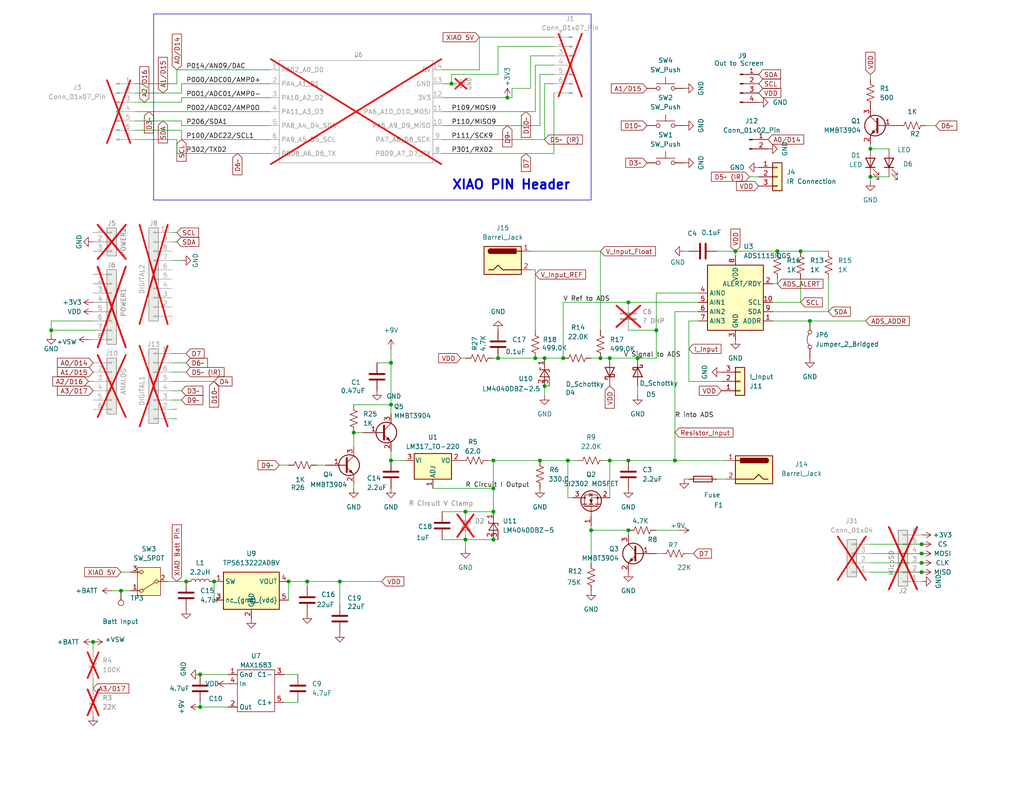
<source format=kicad_sch>
(kicad_sch (version 20231120) (generator "eeschema") (generator_version "8.0")
  (paper "USLetter")
  (title_block (title "Arduino Uno DMM Shield") (date "2025-02-22") (rev "1A") (company "Nick Mann"))
  (lib_symbols
    (symbol "+BATT_1" (power) (pin_numbers hide) (pin_names (offset 0) hide)
      (property "Value" "+BATT" (at 0 3.556 0))
      (symbol "+BATT_1_1_1"
        (pin power_in line (at 0 0 90) (length 0) (name "~") (number "1"))
      )
    )
    (symbol "Analog_ADC:ADS1115IDGS"
      (property "Reference" "U" (at 2.54 13.97 0))
      (property "Value" "ADS1115IDGS" (at 7.62 11.43 0))
      (symbol "ADS1115IDGS_1_1"
        (pin input line (at 10.16 -5.08 180) (length 2.54) (name "ADDR") (number "1"))
        (pin input line (at 10.16 0 180) (length 2.54) (name "SCL") (number "10"))
        (pin output line (at 10.16 5.08 180) (length 2.54) (name "ALERT/RDY") (number "2"))
        (pin power_in line (at 0 -10.16 90) (length 2.54) (name "GND") (number "3"))
        (pin input line (at -10.16 2.54 0) (length 2.54) (name "AIN0") (number "4"))
        (pin input line (at -10.16 0 0) (length 2.54) (name "AIN1") (number "5"))
        (pin input line (at -10.16 -2.54 0) (length 2.54) (name "AIN2") (number "6"))
        (pin input line (at -10.16 -5.08 0) (length 2.54) (name "AIN3") (number "7"))
        (pin power_in line (at 0 12.7 270) (length 2.54) (name "VDD") (number "8"))
        (pin bidirectional line (at 10.16 -2.54 180) (length 2.54) (name "SDA") (number "9"))
      )
    )
    (symbol "Connector:Barrel_Jack" (pin_names (offset 1.016))
      (property "Reference" "J" (at 0 5.334 0))
      (property "Value" "Barrel_Jack" (at 0 -5.08 0))
      (symbol "Barrel_Jack_1_1"
        (pin passive line (at 7.62 2.54 180) (length 2.54) (name "~") (number "1"))
        (pin passive line (at 7.62 -2.54 180) (length 2.54) (name "~") (number "2"))
      )
    )
    (symbol "Connector:Conn_01x02_Pin" (pin_names (offset 1.016) hide)
      (property "Reference" "J" (at 0 2.54 0))
      (property "Value" "Conn_01x02_Pin" (at 0 -5.08 0))
      (symbol "Conn_01x02_Pin_1_1"
        (pin passive line (at 5.08 0 180) (length 3.81) (name "Pin_1") (number "1"))
        (pin passive line (at 5.08 -2.54 180) (length 3.81) (name "Pin_2") (number "2"))
      )
    )
    (symbol "Connector:Conn_01x04_Pin" (pin_names (offset 1.016) hide)
      (property "Reference" "J" (at 0 5.08 0))
      (property "Value" "Conn_01x04_Pin" (at 0 -7.62 0))
      (symbol "Conn_01x04_Pin_1_1"
        (pin passive line (at 5.08 2.54 180) (length 3.81) (name "Pin_1") (number "1"))
        (pin passive line (at 5.08 0 180) (length 3.81) (name "Pin_2") (number "2"))
        (pin passive line (at 5.08 -2.54 180) (length 3.81) (name "Pin_3") (number "3"))
        (pin passive line (at 5.08 -5.08 180) (length 3.81) (name "Pin_4") (number "4"))
      )
    )
    (symbol "Connector:Conn_01x07_Pin" (pin_names (offset 1.016) hide)
      (property "Reference" "J" (at 0 10.16 0))
      (property "Value" "Conn_01x07_Pin" (at 0 -10.16 0))
      (symbol "Conn_01x07_Pin_1_1"
        (pin passive line (at 5.08 7.62 180) (length 3.81) (name "Pin_1") (number "1"))
        (pin passive line (at 5.08 5.08 180) (length 3.81) (name "Pin_2") (number "2"))
        (pin passive line (at 5.08 2.54 180) (length 3.81) (name "Pin_3") (number "3"))
        (pin passive line (at 5.08 0 180) (length 3.81) (name "Pin_4") (number "4"))
        (pin passive line (at 5.08 -2.54 180) (length 3.81) (name "Pin_5") (number "5"))
        (pin passive line (at 5.08 -5.08 180) (length 3.81) (name "Pin_6") (number "6"))
        (pin passive line (at 5.08 -7.62 180) (length 3.81) (name "Pin_7") (number "7"))
      )
    )
    (symbol "Connector:TestPoint" (pin_numbers hide) (pin_names (offset 0.762) hide)
      (property "Reference" "TP" (at 0 6.858 0))
      (property "Value" "TestPoint" (at 0 5.08 0))
      (symbol "TestPoint_1_1"
        (pin passive line (at 0 0 90) (length 2.54) (name "1") (number "1"))
      )
    )
    (symbol "Connector_Generic:Conn_01x03" (pin_names (offset 1.016) hide)
      (property "Reference" "J" (at 0 5.08 0))
      (property "Value" "Conn_01x03" (at 0 -5.08 0))
      (symbol "Conn_01x03_1_1"
        (pin passive line (at -5.08 2.54 0) (length 3.81) (name "Pin_1") (number "1"))
        (pin passive line (at -5.08 0 0) (length 3.81) (name "Pin_2") (number "2"))
        (pin passive line (at -5.08 -2.54 0) (length 3.81) (name "Pin_3") (number "3"))
      )
    )
    (symbol "Connector_Generic:Conn_01x04" (pin_names (offset 1.016) hide)
      (property "Reference" "J" (at 0 5.08 0))
      (property "Value" "Conn_01x04" (at 0 -7.62 0))
      (symbol "Conn_01x04_1_1"
        (pin passive line (at -5.08 2.54 0) (length 3.81) (name "Pin_1") (number "1"))
        (pin passive line (at -5.08 0 0) (length 3.81) (name "Pin_2") (number "2"))
        (pin passive line (at -5.08 -2.54 0) (length 3.81) (name "Pin_3") (number "3"))
        (pin passive line (at -5.08 -5.08 0) (length 3.81) (name "Pin_4") (number "4"))
      )
    )
    (symbol "Connector_Generic:Conn_01x06" (pin_names (offset 1.016) hide)
      (property "Reference" "J" (at 0 7.62 0))
      (property "Value" "Conn_01x06" (at 0 -10.16 0))
      (symbol "Conn_01x06_1_1"
        (pin passive line (at -5.08 5.08 0) (length 3.81) (name "Pin_1") (number "1"))
        (pin passive line (at -5.08 2.54 0) (length 3.81) (name "Pin_2") (number "2"))
        (pin passive line (at -5.08 0 0) (length 3.81) (name "Pin_3") (number "3"))
        (pin passive line (at -5.08 -2.54 0) (length 3.81) (name "Pin_4") (number "4"))
        (pin passive line (at -5.08 -5.08 0) (length 3.81) (name "Pin_5") (number "5"))
        (pin passive line (at -5.08 -7.62 0) (length 3.81) (name "Pin_6") (number "6"))
      )
    )
    (symbol "Connector_Generic:Conn_01x08" (pin_names (offset 1.016) hide)
      (property "Reference" "J" (at 0 10.16 0))
      (property "Value" "Conn_01x08" (at 0 -12.7 0))
      (symbol "Conn_01x08_1_1"
        (pin passive line (at -5.08 7.62 0) (length 3.81) (name "Pin_1") (number "1"))
        (pin passive line (at -5.08 5.08 0) (length 3.81) (name "Pin_2") (number "2"))
        (pin passive line (at -5.08 2.54 0) (length 3.81) (name "Pin_3") (number "3"))
        (pin passive line (at -5.08 0 0) (length 3.81) (name "Pin_4") (number "4"))
        (pin passive line (at -5.08 -2.54 0) (length 3.81) (name "Pin_5") (number "5"))
        (pin passive line (at -5.08 -5.08 0) (length 3.81) (name "Pin_6") (number "6"))
        (pin passive line (at -5.08 -7.62 0) (length 3.81) (name "Pin_7") (number "7"))
        (pin passive line (at -5.08 -10.16 0) (length 3.81) (name "Pin_8") (number "8"))
      )
    )
    (symbol "Connector_Generic:Conn_01x10" (pin_names (offset 1.016) hide)
      (property "Reference" "J" (at 0 12.7 0))
      (property "Value" "Conn_01x10" (at 0 -15.24 0))
      (symbol "Conn_01x10_1_1"
        (pin passive line (at -5.08 10.16 0) (length 3.81) (name "Pin_1") (number "1"))
        (pin passive line (at -5.08 -12.7 0) (length 3.81) (name "Pin_10") (number "10"))
        (pin passive line (at -5.08 7.62 0) (length 3.81) (name "Pin_2") (number "2"))
        (pin passive line (at -5.08 5.08 0) (length 3.81) (name "Pin_3") (number "3"))
        (pin passive line (at -5.08 2.54 0) (length 3.81) (name "Pin_4") (number "4"))
        (pin passive line (at -5.08 0 0) (length 3.81) (name "Pin_5") (number "5"))
        (pin passive line (at -5.08 -2.54 0) (length 3.81) (name "Pin_6") (number "6"))
        (pin passive line (at -5.08 -5.08 0) (length 3.81) (name "Pin_7") (number "7"))
        (pin passive line (at -5.08 -7.62 0) (length 3.81) (name "Pin_8") (number "8"))
        (pin passive line (at -5.08 -10.16 0) (length 3.81) (name "Pin_9") (number "9"))
      )
    )
    (symbol "Device:C" (pin_numbers hide) (pin_names (offset 0.254))
      (property "Reference" "C" (at 0.635 2.54 0))
      (property "Value" "C" (at 0.635 -2.54 0))
      (symbol "C_1_1"
        (pin passive line (at 0 3.81 270) (length 2.794) (name "~") (number "1"))
        (pin passive line (at 0 -3.81 90) (length 2.794) (name "~") (number "2"))
      )
    )
    (symbol "Device:D_Schottky" (pin_numbers hide) (pin_names (offset 1.016) hide)
      (property "Reference" "D" (at 0 2.54 0))
      (property "Value" "D_Schottky" (at 0 -2.54 0))
      (symbol "D_Schottky_1_1"
        (pin passive line (at -3.81 0 0) (length 2.54) (name "K") (number "1"))
        (pin passive line (at 3.81 0 180) (length 2.54) (name "A") (number "2"))
      )
    )
    (symbol "Device:D_Zener" (pin_numbers hide) (pin_names (offset 1.016) hide)
      (property "Reference" "D" (at 0 2.54 0))
      (property "Value" "D_Zener" (at 0 -2.54 0))
      (symbol "D_Zener_1_1"
        (pin passive line (at -3.81 0 0) (length 2.54) (name "K") (number "1"))
        (pin passive line (at 3.81 0 180) (length 2.54) (name "A") (number "2"))
      )
    )
    (symbol "Device:Fuse" (pin_numbers hide) (pin_names (offset 0))
      (property "Reference" "F" (at 2.032 0 90))
      (property "Value" "Fuse" (at -1.905 0 90))
      (symbol "Fuse_1_1"
        (pin passive line (at 0 3.81 270) (length 1.27) (name "~") (number "1"))
        (pin passive line (at 0 -3.81 90) (length 1.27) (name "~") (number "2"))
      )
    )
    (symbol "Device:L" (pin_numbers hide) (pin_names (offset 1.016) hide)
      (property "Reference" "L" (at -1.27 0 90))
      (property "Value" "L" (at 1.905 0 90))
      (symbol "L_1_1"
        (pin passive line (at 0 3.81 270) (length 1.27) (name "1") (number "1"))
        (pin passive line (at 0 -3.81 90) (length 1.27) (name "2") (number "2"))
      )
    )
    (symbol "Device:LED" (pin_numbers hide) (pin_names (offset 1.016) hide)
      (property "Reference" "D" (at 0 2.54 0))
      (property "Value" "LED" (at 0 -2.54 0))
      (symbol "LED_1_1"
        (pin passive line (at -3.81 0 0) (length 2.54) (name "K") (number "1"))
        (pin passive line (at 3.81 0 180) (length 2.54) (name "A") (number "2"))
      )
    )
    (symbol "Device:R_US" (pin_numbers hide) (pin_names (offset 0))
      (property "Reference" "R" (at 2.54 0 90))
      (property "Value" "R_US" (at -2.54 0 90))
      (symbol "R_US_1_1"
        (pin passive line (at 0 3.81 270) (length 1.27) (name "~") (number "1"))
        (pin passive line (at 0 -3.81 90) (length 1.27) (name "~") (number "2"))
      )
    )
    (symbol "GND_5" (power) (pin_numbers hide) (pin_names (offset 0) hide)
      (property "Value" "GND" (at 0 -3.81 0))
      (symbol "GND_5_1_1"
        (pin power_in line (at 0 0 270) (length 0) (name "~") (number "1"))
      )
    )
    (symbol "Jumper:Jumper_2_Bridged" (pin_numbers hide) (pin_names (offset 0) hide) (exclude_from_sim yes)
      (property "Reference" "JP" (at 0 1.905 0))
      (property "Value" "Jumper_2_Bridged" (at 0 -2.54 0))
      (symbol "Jumper_2_Bridged_1_1"
        (pin passive line (at -5.08 0 0) (length 2.54) (name "A") (number "1"))
        (pin passive line (at 5.08 0 180) (length 2.54) (name "B") (number "2"))
      )
    )
    (symbol "MIC4801:MAX1683"
      (property "Reference" "U" (at 0 0 0))
      (symbol "MAX1683_1_1"
        (pin input line (at -1.27 5.08 0) (length 2.54) (name "Gnd") (number "1"))
        (pin output line (at -1.27 -3.81 0) (length 2.54) (name "Out") (number "2"))
        (pin output line (at 13.97 5.08 180) (length 2.54) (name "C1-") (number "3"))
        (pin input line (at -1.27 2.54 0) (length 2.54) (name "In") (number "4"))
        (pin output line (at 13.97 -2.54 180) (length 2.54) (name "C1+") (number "5"))
      )
    )
    (symbol "Reference_Voltage:LM4040DBZ-2.5" (pin_names (offset 0.0254) hide)
      (property "Reference" "U10" (at -1.778 7.112 90))
      (property "Value" "LM4040DBZ-2.5" (at -4.572 17.018 90))
      (symbol "LM4040DBZ-2.5_1_1"
        (pin passive line (at 3.81 0 180) (length 2.54) (name "K") (number "1"))
        (pin passive line (at -3.81 0 0) (length 2.54) (name "A") (number "2"))
        (pin input line (at -3.81 -1.27 0) (length 2.54) (name "nc_(gnd)") (number "3"))
      )
    )
    (symbol "Reference_Voltage:LM4040DBZ-5" (pin_names (offset 0.0254) hide)
      (property "Reference" "U11" (at 1.2701 -2.54 90))
      (property "Value" "LM4040DBZ-5" (at -1.2699 -2.54 90))
      (symbol "LM4040DBZ-5_1_1"
        (pin passive line (at 3.81 0 180) (length 2.54) (name "K") (number "1"))
        (pin passive line (at -3.81 0 0) (length 2.54) (name "A") (number "2"))
        (pin input line (at -3.81 -1.27 0) (length 2.54) (name "nc_(gnd)") (number "3"))
      )
    )
    (symbol "Regulator_Linear:LM317_TO-220" (pin_names (offset 0.254))
      (property "Reference" "U" (at -3.81 3.175 0))
      (property "Value" "LM317_TO-220" (at 0 3.175 0))
      (symbol "LM317_TO-220_1_1"
        (pin input line (at 0 -7.62 90) (length 2.54) (name "ADJ") (number "1"))
        (pin power_out line (at 7.62 0 180) (length 2.54) (name "VO") (number "2"))
        (pin power_in line (at -7.62 0 0) (length 2.54) (name "VI") (number "3"))
      )
    )
    (symbol "Regulator_Switching:TPS613222ADBV"
      (property "Reference" "U9" (at 0 10.16 0))
      (property "Value" "TPS613222ADBV" (at 0 7.62 0))
      (symbol "TPS613222ADBV_1_1"
        (pin power_in line (at -10.16 2.54 0) (length 2.54) (name "SW") (number "1"))
        (pin power_in line (at 0 -7.62 90) (length 2.54) (name "GND") (number "2"))
        (pin input line (at -10.16 -2.54 0) (length 2.54) (name "nc_(gnd)") (number "3"))
        (pin power_out line (at 10.16 2.54 180) (length 2.54) (name "VOUT") (number "4"))
        (pin input line (at 10.16 -2.54 180) (length 2.54) (name "nc_(vdd)") (number "5"))
      )
    )
    (symbol "Seeed_libdb:Module/XIAO-HALF-HOLE"
      (property "Reference" "U" (at -21.59 13.97 0))
      (symbol "Module/XIAO-HALF-HOLE_1_0"
        (pin passive line (at -24.13 11.43 0) (length 2.54) (name "PA02_A0_D0") (number "1"))
        (pin passive line (at 22.86 -3.81 180) (length 2.54) (name "PA5_A9_D9_MISO") (number "10"))
        (pin passive line (at 22.86 0 180) (length 2.54) (name "PA6_A10_D10_MOSI") (number "11"))
        (pin passive line (at 22.86 3.81 180) (length 2.54) (name "3V3") (number "12"))
        (pin passive line (at 22.86 7.62 180) (length 2.54) (name "GND") (number "13"))
        (pin passive line (at 22.86 11.43 180) (length 2.54) (name "5V") (number "14"))
        (pin passive line (at -24.13 7.62 0) (length 2.54) (name "PA4_A1_D1") (number "2"))
        (pin passive line (at -24.13 3.81 0) (length 2.54) (name "PA10_A2_D2") (number "3"))
        (pin passive line (at -24.13 0 0) (length 2.54) (name "PA11_A3_D3") (number "4"))
        (pin passive line (at -24.13 -3.81 0) (length 2.54) (name "PA8_A4_D4_SDA") (number "5"))
        (pin passive line (at -24.13 -7.62 0) (length 2.54) (name "PA9_A5_D5_SCL") (number "6"))
        (pin passive line (at -24.13 -11.43 0) (length 2.54) (name "PB08_A6_D6_TX") (number "7"))
        (pin passive line (at 22.86 -11.43 180) (length 2.54) (name "PB09_A7_D7_RX") (number "8"))
        (pin passive line (at 22.86 -7.62 180) (length 2.54) (name "PA7_A8_D8_SCK") (number "9"))
      )
    )
    (symbol "Switch:SW_Push" (pin_numbers hide) (pin_names (offset 1.016) hide)
      (property "Reference" "SW" (at 1.27 2.54 0))
      (property "Value" "SW_Push" (at 0 -1.524 0))
      (symbol "SW_Push_0_1"
        (pin passive line (at -5.08 0 0) (length 2.54) (name "1") (number "1"))
        (pin passive line (at 5.08 0 180) (length 2.54) (name "2") (number "2"))
      )
    )
    (symbol "Switch:SW_SPDT" (pin_names (offset 0) hide)
      (property "Reference" "SW" (at 0 5.08 0))
      (property "Value" "SW_SPDT" (at 0 -5.08 0))
      (symbol "SW_SPDT_1_1"
        (pin passive line (at 5.08 2.54 180) (length 2.54) (name "A") (number "1"))
        (pin passive line (at -5.08 0 0) (length 2.54) (name "B") (number "2"))
        (pin passive line (at 5.08 -2.54 180) (length 2.54) (name "C") (number "3"))
      )
    )
    (symbol "Transistor_BJT:MMBT3904" (pin_names (offset 0) hide)
      (property "Reference" "Q" (at 5.08 1.905 0))
      (property "Value" "MMBT3904" (at 5.08 0 0))
      (symbol "MMBT3904_1_1"
        (pin input line (at -5.08 0 0) (length 5.715) (name "B") (number "1"))
        (pin passive line (at 2.54 -5.08 90) (length 2.54) (name "E") (number "2"))
        (pin passive line (at 2.54 5.08 270) (length 2.54) (name "C") (number "3"))
      )
    )
    (symbol "Transistor_FET:DMG2302U" (pin_names hide)
      (property "Reference" "Q" (at 5.08 1.905 0))
      (property "Value" "DMG2302U" (at 5.08 0 0))
      (symbol "DMG2302U_1_1"
        (pin input line (at -5.08 0 0) (length 2.54) (name "G") (number "1"))
        (pin passive line (at 2.54 -5.08 90) (length 2.54) (name "S") (number "2"))
        (pin passive line (at 2.54 5.08 270) (length 2.54) (name "D") (number "3"))
      )
    )
    (symbol "power:+3.3V" (power) (pin_names (offset 0))
      (property "Value" "+3.3V" (at 0 3.556 0))
      (symbol "+3.3V_1_1"
        (pin power_in line (at 0 0 90) (length 0) hide (name "+3V3") (number "1"))
      )
    )
    (symbol "power:+5V" (power) (pin_names (offset 0))
      (property "Value" "+5V" (at 0 3.556 0))
      (symbol "+5V_1_1"
        (pin power_in line (at 0 0 90) (length 0) hide (name "+5V") (number "1"))
      )
    )
    (symbol "power:+9V" (power) (pin_numbers hide) (pin_names (offset 0) hide)
      (property "Value" "+9V" (at 0 3.556 0))
      (symbol "+9V_1_1"
        (pin power_in line (at 0 0 90) (length 0) (name "~") (number "1"))
      )
    )
    (symbol "power:+VSW" (power) (pin_names (offset 0))
      (property "Value" "+VSW" (at 0 3.556 0))
      (symbol "+VSW_1_1"
        (pin power_in line (at 0 0 90) (length 0) hide (name "+VSW") (number "1"))
      )
    )
    (symbol "power:GND" (power) (pin_names (offset 0))
      (property "Value" "GND" (at 0 -3.81 0))
      (symbol "GND_1_1"
        (pin power_in line (at 0 0 270) (length 0) hide (name "GND") (number "1"))
      )
    )
  )
  (junction (at 106.68 110.49))
  (junction (at 237.49 40.64))
  (junction (at 163.83 97.79))
  (junction (at 83.82 158.75))
  (junction (at 92.71 158.75))
  (junction (at 127 147.32))
  (junction (at 148.59 105.41))
  (junction (at 173.99 97.79))
  (junction (at 147.32 125.73))
  (junction (at 134.62 139.7))
  (junction (at 148.59 97.79))
  (junction (at 127 139.7))
  (junction (at 153.67 97.79))
  (junction (at 134.62 147.32))
  (junction (at 212.09 68.58))
  (junction (at 134.62 133.35))
  (junction (at 184.15 125.73))
  (junction (at 146.05 97.79))
  (junction (at 135.89 97.79))
  (junction (at 218.44 68.58))
  (junction (at 154.94 125.73))
  (junction (at 106.68 99.06))
  (junction (at 138.43 26.67))
  (junction (at 134.62 125.73))
  (junction (at 78.74 158.75))
  (junction (at 171.45 82.55))
  (junction (at 171.45 144.78))
  (junction (at 200.66 68.58))
  (junction (at 251.46 151.13))
  (junction (at 251.46 148.59))
  (junction (at 237.49 48.26))
  (junction (at 25.4 175.26))
  (junction (at 58.42 158.75))
  (junction (at 166.37 125.73))
  (junction (at 251.46 156.21))
  (junction (at 171.45 125.73))
  (junction (at 251.46 153.67))
  (junction (at 161.29 144.78))
  (junction (at 13.97 90.17))
  (junction (at 123.19 22.86))
  (junction (at 166.37 97.79))
  (junction (at 54.61 193.04))
  (junction (at 50.8 158.75))
  (junction (at 54.61 184.15))
  (junction (at 220.98 87.63))
  (junction (at 179.07 90.17))
  (junction (at 33.02 161.29))
  (junction (at 106.68 125.73))
  (junction (at 96.52 118.11))
  (wire (pts (xy 88.9 127) (xy 86.36 127)))
  (wire (pts (xy 226.06 76.2) (xy 226.06 85.09)))
  (wire (pts (xy 210.82 85.09) (xy 226.06 85.09)))
  (wire (pts (xy 83.82 158.75) (xy 83.82 160.02)))
  (wire (pts (xy 147.32 20.32) (xy 151.13 20.32)))
  (wire (pts (xy 48.26 22.86) (xy 48.26 19.05)))
  (wire (pts (xy 148.59 22.86) (xy 148.59 38.1)))
  (wire (pts (xy 237.49 48.26) (xy 237.49 49.53)))
  (wire (pts (xy 237.49 20.32) (xy 237.49 21.59)))
  (wire (pts (xy 46.99 96.52) (xy 50.8 96.52)))
  (wire (pts (xy 163.83 68.58) (xy 144.78 68.58)))
  (wire (pts (xy 120.65 38.1) (xy 148.59 38.1)))
  (wire (pts (xy 179.07 80.01) (xy 190.5 80.01)))
  (wire (pts (xy 36.83 25.4) (xy 49.53 25.4)))
  (wire (pts (xy 135.89 97.79) (xy 146.05 97.79)))
  (wire (pts (xy 48.26 38.1) (xy 36.83 38.1)))
  (wire (pts (xy 148.59 97.79) (xy 153.67 97.79)))
  (wire (pts (xy 25.4 175.26) (xy 25.4 177.8)))
  (wire (pts (xy 139.7 24.13) (xy 144.78 24.13)))
  (wire (pts (xy 146.05 73.66) (xy 144.78 73.66)))
  (wire (pts (xy 153.67 82.55) (xy 153.67 97.79)))
  (wire (pts (xy 237.49 40.64) (xy 237.49 39.37)))
  (wire (pts (xy 13.97 90.17) (xy 13.97 91.44)))
  (wire (pts (xy 144.78 24.13) (xy 144.78 15.24)))
  (wire (pts (xy 123.19 22.86) (xy 123.19 20.32)))
  (wire (pts (xy 120.65 34.29) (xy 147.32 34.29)))
  (wire (pts (xy 120.65 30.48) (xy 146.05 30.48)))
  (wire (pts (xy 106.68 123.19) (xy 106.68 125.73)))
  (wire (pts (xy 46.99 66.04) (xy 48.26 66.04)))
  (wire (pts (xy 96.52 118.11) (xy 99.06 118.11)))
  (wire (pts (xy 171.45 125.73) (xy 184.15 125.73)))
  (wire (pts (xy 106.68 95.25) (xy 106.68 99.06)))
  (wire (pts (xy 179.07 151.13) (xy 180.34 151.13)))
  (wire (pts (xy 46.99 99.06) (xy 50.8 99.06)))
  (wire (pts (xy 49.53 34.29) (xy 73.66 34.29)))
  (wire (pts (xy 13.97 90.17) (xy 25.4 90.17)))
  (wire (pts (xy 134.62 97.79) (xy 135.89 97.79)))
  (wire (pts (xy 120.65 19.05) (xy 130.81 19.05)))
  (wire (pts (xy 148.59 105.41) (xy 149.86 105.41)))
  (wire (pts (xy 179.07 90.17) (xy 179.07 80.01)))
  (wire (pts (xy 54.61 184.15) (xy 62.23 184.15)))
  (wire (pts (xy 212.09 77.47) (xy 210.82 77.47)))
  (wire (pts (xy 118.11 133.35) (xy 134.62 133.35)))
  (wire (pts (xy 163.83 97.79) (xy 166.37 97.79)))
  (wire (pts (xy 148.59 107.95) (xy 148.59 105.41)))
  (wire (pts (xy 161.29 97.79) (xy 163.83 97.79)))
  (wire (pts (xy 49.53 22.86) (xy 73.66 22.86)))
  (wire (pts (xy 153.67 82.55) (xy 171.45 82.55)))
  (wire (pts (xy 173.99 97.79) (xy 179.07 97.79)))
  (wire (pts (xy 138.43 26.67) (xy 120.65 26.67)))
  (wire (pts (xy 218.44 68.58) (xy 226.06 68.58)))
  (wire (pts (xy 198.12 130.81) (xy 195.58 130.81)))
  (wire (pts (xy 24.13 92.71) (xy 25.4 92.71)))
  (wire (pts (xy 187.96 87.63) (xy 187.96 104.14)))
  (wire (pts (xy 30.48 161.29) (xy 33.02 161.29)))
  (wire (pts (xy 102.87 99.06) (xy 106.68 99.06)))
  (wire (pts (xy 49.53 25.4) (xy 49.53 22.86)))
  (wire (pts (xy 148.59 22.86) (xy 151.13 22.86)))
  (wire (pts (xy 184.15 85.09) (xy 190.5 85.09)))
  (wire (pts (xy 106.68 99.06) (xy 106.68 110.49)))
  (wire (pts (xy 49.53 33.02) (xy 49.53 34.29)))
  (wire (pts (xy 78.74 158.75) (xy 78.74 163.83)))
  (wire (pts (xy 171.45 90.17) (xy 179.07 90.17)))
  (wire (pts (xy 134.62 133.35) (xy 134.62 139.7)))
  (wire (pts (xy 48.26 19.05) (xy 73.66 19.05)))
  (wire (pts (xy 220.98 87.63) (xy 210.82 87.63)))
  (wire (pts (xy 200.66 68.58) (xy 200.66 69.85)))
  (wire (pts (xy 46.99 101.6) (xy 50.8 101.6)))
  (wire (pts (xy 54.61 191.77) (xy 54.61 193.04)))
  (wire (pts (xy 49.53 38.1) (xy 49.53 35.56)))
  (wire (pts (xy 106.68 110.49) (xy 106.68 113.03)))
  (wire (pts (xy 161.29 144.78) (xy 161.29 153.67)))
  (wire (pts (xy 76.2 127) (xy 78.74 127)))
  (wire (pts (xy 173.99 105.41) (xy 173.99 107.95)))
  (wire (pts (xy 161.29 144.78) (xy 171.45 144.78)))
  (wire (pts (xy 166.37 97.79) (xy 173.99 97.79)))
  (wire (pts (xy 237.49 48.26) (xy 242.57 48.26)))
  (wire (pts (xy 200.66 68.58) (xy 195.58 68.58)))
  (wire (pts (xy 83.82 158.75) (xy 92.71 158.75)))
  (wire (pts (xy 13.97 87.63) (xy 13.97 90.17)))
  (wire (pts (xy 200.66 68.58) (xy 212.09 68.58)))
  (wire (pts (xy 186.69 130.81) (xy 187.96 130.81)))
  (wire (pts (xy 106.68 125.73) (xy 110.49 125.73)))
  (wire (pts (xy 92.71 158.75) (xy 104.14 158.75)))
  (wire (pts (xy 166.37 125.73) (xy 171.45 125.73)))
  (wire (pts (xy 146.05 30.48) (xy 146.05 17.78)))
  (wire (pts (xy 154.94 125.73) (xy 154.94 135.89)))
  (wire (pts (xy 161.29 143.51) (xy 161.29 144.78)))
  (wire (pts (xy 48.26 38.1) (xy 48.26 41.91)))
  (wire (pts (xy 92.71 158.75) (xy 92.71 165.1)))
  (wire (pts (xy 36.83 30.48) (xy 73.66 30.48)))
  (wire (pts (xy 77.47 184.15) (xy 81.28 184.15)))
  (wire (pts (xy 252.73 34.29) (xy 255.27 34.29)))
  (wire (pts (xy 54.61 193.04) (xy 62.23 193.04)))
  (wire (pts (xy 77.47 191.77) (xy 81.28 191.77)))
  (wire (pts (xy 139.7 26.67) (xy 138.43 26.67)))
  (wire (pts (xy 134.62 139.7) (xy 127 139.7)))
  (wire (pts (xy 196.85 104.14) (xy 187.96 104.14)))
  (wire (pts (xy 171.45 82.55) (xy 190.5 82.55)))
  (wire (pts (xy 130.81 10.16) (xy 130.81 19.05)))
  (wire (pts (xy 127 97.79) (xy 125.73 97.79)))
  (wire (pts (xy 187.96 68.58) (xy 186.69 68.58)))
  (wire (pts (xy 146.05 17.78) (xy 151.13 17.78)))
  (wire (pts (xy 120.65 22.86) (xy 123.19 22.86)))
  (wire (pts (xy 151.13 41.91) (xy 151.13 25.4)))
  (wire (pts (xy 25.4 185.42) (xy 25.4 187.96)))
  (wire (pts (xy 96.52 132.08) (xy 96.52 133.35)))
  (wire (pts (xy 187.96 87.63) (xy 190.5 87.63)))
  (wire (pts (xy 144.78 15.24) (xy 151.13 15.24)))
  (wire (pts (xy 46.99 109.22) (xy 49.53 109.22)))
  (wire (pts (xy 46.99 114.3) (xy 48.26 114.3)))
  (wire (pts (xy 237.49 148.59) (xy 251.46 148.59)))
  (wire (pts (xy 148.59 97.79) (xy 146.05 97.79)))
  (wire (pts (xy 123.19 20.32) (xy 135.89 20.32)))
  (wire (pts (xy 24.13 104.14) (xy 25.4 104.14)))
  (wire (pts (xy 154.94 125.73) (xy 147.32 125.73)))
  (wire (pts (xy 237.49 151.13) (xy 251.46 151.13)))
  (wire (pts (xy 49.53 38.1) (xy 73.66 38.1)))
  (wire (pts (xy 154.94 125.73) (xy 157.48 125.73)))
  (wire (pts (xy 179.07 97.79) (xy 179.07 90.17)))
  (wire (pts (xy 46.99 104.14) (xy 58.42 104.14)))
  (wire (pts (xy 218.44 76.2) (xy 218.44 82.55)))
  (wire (pts (xy 46.99 111.76) (xy 48.26 111.76)))
  (wire (pts (xy 46.99 106.68) (xy 49.53 106.68)))
  (wire (pts (xy 48.26 41.91) (xy 73.66 41.91)))
  (wire (pts (xy 134.62 125.73) (xy 147.32 125.73)))
  (wire (pts (xy 204.47 48.26) (xy 207.01 48.26)))
  (wire (pts (xy 130.81 10.16) (xy 151.13 10.16)))
  (wire (pts (xy 139.7 24.13) (xy 139.7 26.67)))
  (wire (pts (xy 163.83 68.58) (xy 163.83 90.17)))
  (wire (pts (xy 25.4 87.63) (xy 13.97 87.63)))
  (wire (pts (xy 236.22 87.63) (xy 220.98 87.63)))
  (wire (pts (xy 46.99 71.12) (xy 49.53 71.12)))
  (wire (pts (xy 165.1 125.73) (xy 166.37 125.73)))
  (wire (pts (xy 120.65 41.91) (xy 151.13 41.91)))
  (wire (pts (xy 36.83 33.02) (xy 49.53 33.02)))
  (wire (pts (xy 96.52 110.49) (xy 106.68 110.49)))
  (wire (pts (xy 49.53 26.67) (xy 73.66 26.67)))
  (wire (pts (xy 120.65 139.7) (xy 127 139.7)))
  (wire (pts (xy 237.49 156.21) (xy 251.46 156.21)))
  (wire (pts (xy 187.96 151.13) (xy 189.23 151.13)))
  (wire (pts (xy 49.53 27.94) (xy 49.53 26.67)))
  (wire (pts (xy 36.83 35.56) (xy 49.53 35.56)))
  (wire (pts (xy 33.02 156.21) (xy 35.56 156.21)))
  (wire (pts (xy 33.02 161.29) (xy 35.56 161.29)))
  (wire (pts (xy 127 147.32) (xy 134.62 147.32)))
  (wire (pts (xy 212.09 77.47) (xy 212.09 76.2)))
  (wire (pts (xy 147.32 20.32) (xy 147.32 34.29)))
  (wire (pts (xy 171.45 144.78) (xy 171.45 146.05)))
  (wire (pts (xy 154.94 135.89) (xy 156.21 135.89)))
  (wire (pts (xy 166.37 125.73) (xy 166.37 135.89)))
  (wire (pts (xy 146.05 73.66) (xy 146.05 90.17)))
  (wire (pts (xy 179.07 144.78) (xy 185.42 144.78)))
  (wire (pts (xy 134.62 133.35) (xy 134.62 125.73)))
  (wire (pts (xy 45.72 158.75) (xy 50.8 158.75)))
  (wire (pts (xy 135.89 20.32) (xy 135.89 12.7)))
  (wire (pts (xy 237.49 40.64) (xy 242.57 40.64)))
  (wire (pts (xy 78.74 158.75) (xy 83.82 158.75)))
  (wire (pts (xy 135.89 12.7) (xy 151.13 12.7)))
  (wire (pts (xy 58.42 158.75) (xy 58.42 163.83)))
  (wire (pts (xy 184.15 85.09) (xy 184.15 125.73)))
  (wire (pts (xy 123.19 22.86) (xy 124.46 22.86)))
  (wire (pts (xy 96.52 118.11) (xy 96.52 121.92)))
  (wire (pts (xy 184.15 125.73) (xy 198.12 125.73)))
  (wire (pts (xy 237.49 153.67) (xy 251.46 153.67)))
  (wire (pts (xy 134.62 147.32) (xy 135.89 147.32)))
  (wire (pts (xy 210.82 82.55) (xy 218.44 82.55)))
  (wire (pts (xy 36.83 22.86) (xy 48.26 22.86)))
  (wire (pts (xy 127 149.86) (xy 127 147.32)))
  (wire (pts (xy 212.09 68.58) (xy 218.44 68.58)))
  (wire (pts (xy 36.83 27.94) (xy 49.53 27.94)))
  (wire (pts (xy 46.99 63.5) (xy 48.26 63.5)))
  (wire (pts (xy 120.65 147.32) (xy 127 147.32)))
  (wire (pts (xy 134.62 125.73) (xy 133.35 125.73)))
  (rectangle (start 41.91 3.81) (end 161.29 54.61))
  (text "XIAO PIN Header" (at 123.19 52.07 0) (effects (font (size 2.54 2.54) (bold yes)) (justify left bottom)))
  (label "P000{slash}ADC00{slash}AMP0+" (at 50.8 22.86 0))
  (label "P109{slash}MOSI9" (at 123.19 30.48 0))
  (label "R Circuit I Output" (at 127 133.35 0))
  (label "V Ref to ADS" (at 153.67 82.55 0))
  (label "V Signal to ADS" (at 170.18 97.79 0))
  (label "R into ADS" (at 184.15 114.3 0))
  (label "P301{slash}RXD2" (at 123.19 41.91 0))
  (label "P302{slash}TXD2" (at 50.8 41.91 0))
  (label "P206{slash}SDA1" (at 50.8 34.29 0))
  (label "P100{slash}ADC22{slash}SCL1" (at 50.8 38.1 0))
  (label "P001{slash}ADC01{slash}AMP0-" (at 50.8 26.67 0))
  (label "P110{slash}MISO9" (at 123.19 34.29 0))
  (label "P111{slash}SCK9" (at 123.19 38.1 0))
  (label "P014{slash}AN09{slash}DAC" (at 50.8 19.05 0))
  (label "P002{slash}ADC02{slash}AMP0O" (at 50.8 30.48 0))
  (global_label "A0{slash}D14" (shape input) (at 25.4 99.06 180) (property "Intersheetrefs" "${INTERSHEET_REFS}" (effects (hide yes))))
  (global_label "I_Input" (shape input) (at 187.96 95.25 0) (property "Intersheetrefs" "${INTERSHEET_REFS}" (effects (hide yes))))
  (global_label "VDD" (shape input) (at 207.01 25.4 0) (property "Intersheetrefs" "${INTERSHEET_REFS}" (effects (hide yes))))
  (global_label "SCL" (shape input) (at 49.53 38.1 270) (property "Intersheetrefs" "${INTERSHEET_REFS}" (effects (hide yes))))
  (global_label "A2{slash}D16" (shape input) (at 39.37 27.94 90) (property "Intersheetrefs" "${INTERSHEET_REFS}" (effects (hide yes))))
  (global_label "D9~" (shape input) (at 49.53 109.22 0) (property "Intersheetrefs" "${INTERSHEET_REFS}" (effects (hide yes))))
  (global_label "VDD" (shape input) (at 196.85 106.68 180) (property "Intersheetrefs" "${INTERSHEET_REFS}" (effects (hide yes))))
  (global_label "D5~ (IR)" (shape input) (at 204.47 48.26 180) (property "Intersheetrefs" "${INTERSHEET_REFS}" (effects (hide yes))))
  (global_label "XIAO 5V" (shape input) (at 33.02 156.21 180) (property "Intersheetrefs" "${INTERSHEET_REFS}" (effects (hide yes))))
  (global_label "SCL" (shape input) (at 207.01 22.86 0) (property "Intersheetrefs" "${INTERSHEET_REFS}" (effects (hide yes))))
  (global_label "D6~" (shape input) (at 50.8 99.06 0) (property "Intersheetrefs" "${INTERSHEET_REFS}" (effects (hide yes))))
  (global_label "ADS_ALERT" (shape input) (at 212.09 77.47 0) (property "Intersheetrefs" "${INTERSHEET_REFS}" (effects (hide yes))))
  (global_label "VDD" (shape input) (at 207.01 50.8 180) (property "Intersheetrefs" "${INTERSHEET_REFS}" (effects (hide yes))))
  (global_label "A0{slash}D14" (shape input) (at 48.26 19.05 90) (property "Intersheetrefs" "${INTERSHEET_REFS}" (effects (hide yes))))
  (global_label "D7" (shape input) (at 143.51 41.91 270) (property "Intersheetrefs" "${INTERSHEET_REFS}" (effects (hide yes))))
  (global_label "XIAO 5V" (shape input) (at 130.81 10.16 180) (property "Intersheetrefs" "${INTERSHEET_REFS}" (effects (hide yes))))
  (global_label "A2{slash}D16" (shape input) (at 24.13 104.14 180) (property "Intersheetrefs" "${INTERSHEET_REFS}" (effects (hide yes))))
  (global_label "VDD" (shape input) (at 104.14 158.75 0) (property "Intersheetrefs" "${INTERSHEET_REFS}" (effects (hide yes))))
  (global_label "D6~" (shape input) (at 255.27 34.29 0) (property "Intersheetrefs" "${INTERSHEET_REFS}" (effects (hide yes))))
  (global_label "D4" (shape input) (at 58.42 104.14 0) (property "Intersheetrefs" "${INTERSHEET_REFS}" (effects (hide yes))))
  (global_label "VDD" (shape input) (at 166.37 105.41 270) (property "Intersheetrefs" "${INTERSHEET_REFS}" (effects (hide yes))))
  (global_label "D10~" (shape input) (at 176.53 34.29 180) (property "Intersheetrefs" "${INTERSHEET_REFS}" (effects (hide yes))))
  (global_label "D7" (shape input) (at 50.8 96.52 0) (property "Intersheetrefs" "${INTERSHEET_REFS}" (effects (hide yes))))
  (global_label "A1{slash}D15" (shape input) (at 176.53 24.13 180) (property "Intersheetrefs" "${INTERSHEET_REFS}" (effects (hide yes))))
  (global_label "Resistor_Input" (shape input) (at 184.15 118.11 0) (property "Intersheetrefs" "${INTERSHEET_REFS}" (effects (hide yes))))
  (global_label "V_Input_Float" (shape input) (at 163.83 68.58 0) (property "Intersheetrefs" "${INTERSHEET_REFS}" (effects (hide yes))))
  (global_label "D7" (shape input) (at 189.23 151.13 0) (property "Intersheetrefs" "${INTERSHEET_REFS}" (effects (hide yes))))
  (global_label "A3{slash}D17" (shape input) (at 25.4 187.96 0) (property "Intersheetrefs" "${INTERSHEET_REFS}" (effects (hide yes))))
  (global_label "D3~" (shape input) (at 176.53 44.45 180) (property "Intersheetrefs" "${INTERSHEET_REFS}" (effects (hide yes))))
  (global_label "A3{slash}D17" (shape input) (at 25.4 106.68 180) (property "Intersheetrefs" "${INTERSHEET_REFS}" (effects (hide yes))))
  (global_label "VDD" (shape input) (at 237.49 20.32 90) (property "Intersheetrefs" "${INTERSHEET_REFS}" (effects (hide yes))))
  (global_label "V_Input_REF" (shape input) (at 146.05 74.93 0) (property "Intersheetrefs" "${INTERSHEET_REFS}" (effects (hide yes))))
  (global_label "ADS_ADDR" (shape input) (at 236.22 87.63 0) (property "Intersheetrefs" "${INTERSHEET_REFS}" (effects (hide yes))))
  (global_label "D5~ (IR)" (shape input) (at 50.8 101.6 0) (property "Intersheetrefs" "${INTERSHEET_REFS}" (effects (hide yes))))
  (global_label "SDA" (shape input) (at 226.06 85.09 0) (property "Intersheetrefs" "${INTERSHEET_REFS}" (effects (hide yes))))
  (global_label "A0{slash}D14" (shape input) (at 209.55 38.1 0) (property "Intersheetrefs" "${INTERSHEET_REFS}" (effects (hide yes))))
  (global_label "A1{slash}D15" (shape input) (at 44.45 25.4 90) (property "Intersheetrefs" "${INTERSHEET_REFS}" (effects (hide yes))))
  (global_label "A1{slash}D15" (shape input) (at 25.4 101.6 180) (property "Intersheetrefs" "${INTERSHEET_REFS}" (effects (hide yes))))
  (global_label "D9~" (shape input) (at 138.43 34.29 270) (property "Intersheetrefs" "${INTERSHEET_REFS}" (effects (hide yes))))
  (global_label "SCL" (shape input) (at 218.44 82.55 0) (property "Intersheetrefs" "${INTERSHEET_REFS}" (effects (hide yes))))
  (global_label "SDA" (shape input) (at 207.01 20.32 0) (property "Intersheetrefs" "${INTERSHEET_REFS}" (effects (hide yes))))
  (global_label "SCL" (shape input) (at 48.26 63.5 0) (property "Intersheetrefs" "${INTERSHEET_REFS}" (effects (hide yes))))
  (global_label "SDA" (shape input) (at 48.26 66.04 0) (property "Intersheetrefs" "${INTERSHEET_REFS}" (effects (hide yes))))
  (global_label "SDA" (shape input) (at 44.45 33.02 270) (property "Intersheetrefs" "${INTERSHEET_REFS}" (effects (hide yes))))
  (global_label "D3~" (shape input) (at 40.64 30.48 270) (property "Intersheetrefs" "${INTERSHEET_REFS}" (effects (hide yes))))
  (global_label "D10~" (shape input) (at 58.42 104.14 270) (property "Intersheetrefs" "${INTERSHEET_REFS}" (effects (hide yes))))
  (global_label "VDD" (shape input) (at 200.66 68.58 90) (property "Intersheetrefs" "${INTERSHEET_REFS}" (effects (hide yes))))
  (global_label "D6~" (shape input) (at 64.77 41.91 270) (property "Intersheetrefs" "${INTERSHEET_REFS}" (effects (hide yes))))
  (global_label "XIAO Batt Pin" (shape input) (at 48.26 158.75 90) (property "Intersheetrefs" "${INTERSHEET_REFS}" (effects (hide yes))))
  (global_label "D10~" (shape input) (at 143.51 30.48 270) (property "Intersheetrefs" "${INTERSHEET_REFS}" (effects (hide yes))))
  (global_label "D3~" (shape input) (at 49.53 106.68 0) (property "Intersheetrefs" "${INTERSHEET_REFS}" (effects (hide yes))))
  (global_label "D5~ (IR)" (shape input) (at 148.59 38.1 0) (property "Intersheetrefs" "${INTERSHEET_REFS}" (effects (hide yes))))
  (global_label "VDD" (shape input) (at 125.73 97.79 180) (property "Intersheetrefs" "${INTERSHEET_REFS}" (effects (hide yes))))
  (global_label "D9~" (shape input) (at 76.2 127 180) (property "Intersheetrefs" "${INTERSHEET_REFS}" (effects (hide yes))))
  (symbol (lib_id "Device:R_US") (at 218.44 72.39 180) (unit 1)
    (property "Reference" "R13" (at 220.98 71.1199 0) (effects (justify right)))
    (property "Value" "1K" (at 220.98 73.6599 0) (effects (justify right)))
    (property "Footprint" "Resistor_SMD:R_0805_2012Metric_Pad1.20x1.40mm_HandSolder" (effects (hide yes)))
    (property "Description" "Resistor, US symbol" (effects (hide yes)))
    (property "Function" "ADS Pull 1" (effects (hide yes)))
  )
  (symbol (lib_id "Connector_Generic:Conn_01x04") (at 232.41 153.67 180) (unit 1) (dnp yes)
    (property "Reference" "J31" (at 232.41 142.24 0))
    (property "Value" "Conn_01x04" (at 232.41 144.78 0))
    (property "Footprint" "Connector_PinHeader_2.54mm:PinHeader_1x04_P2.54mm_Vertical" (effects (hide yes)))
    (property "Description" "Generic connector, single row, 01x04, script generated (kicad-library-utils/schlib/autogen/connector/)" (effects (hide yes)))
  )
  (symbol (lib_id "Device:R_US") (at 184.15 151.13 270) (unit 1)
    (property "Reference" "R7" (at 183.642 148.844 90))
    (property "Value" "22K" (at 186.69 154.94 90))
    (property "Footprint" "Resistor_SMD:R_0805_2012Metric_Pad1.20x1.40mm_HandSolder" (effects (hide yes)))
    (property "Description" "Resistor, US symbol" (effects (hide yes)))
    (property "Function" "BJTCurrentLimit1" (effects (hide yes)))
  )
  (symbol (lib_name "+BATT_1") (lib_id "power:+BATT") (at 30.48 161.29 90) (unit 1)
    (property "Reference" "#PWR063" (effects (hide yes)))
    (property "Value" "+BATT" (at 26.67 161.2901 90) (effects (justify left)))
    (property "Description" "Power symbol creates a global label with name \"+BATT\"" (effects (hide yes)))
  )
  (symbol (lib_id "Device:C") (at 54.61 187.96 0) (unit 1)
    (property "Reference" "C10" (at 56.896 190.754 0) (effects (justify left)))
    (property "Value" "4.7uF" (at 46.228 187.96 0) (effects (justify left)))
    (property "Footprint" "Capacitor_SMD:C_0805_2012Metric_Pad1.18x1.45mm_HandSolder" (effects (hide yes)))
    (property "Description" "Unpolarized capacitor" (effects (hide yes)))
    (property "Function" "Charge Pump" (effects (hide yes)))
  )
  (symbol (lib_id "power:+3.3V") (at 251.46 148.59 270) (unit 1)
    (property "Reference" "#PWR076" (effects (hide yes)))
    (property "Value" "CS" (at 257.175 148.59 90))
  )
  (symbol (lib_id "Transistor_BJT:MMBT3904") (at 173.99 151.13 0) (mirror y) (unit 1)
    (property "Reference" "Q3" (at 168.91 149.8599 0) (effects (justify left)))
    (property "Value" "MMBT3904" (at 168.91 152.3999 0) (effects (justify left)))
    (property "Footprint" "Package_TO_SOT_SMD:SOT-23" (effects (hide yes)))
    (property "Datasheet" "https://www.onsemi.com/pdf/datasheet/pzt3904-d.pdf" (effects (hide yes)))
    (property "Description" "0.2A Ic, 40V Vce, Small Signal NPN Transistor, SOT-23" (effects (hide yes)))
    (property "ValueTemp" "MMBT3904" (effects (hide yes)))
    (property "Function" "Range Switch Control" (effects (hide yes)))
  )
  (symbol (lib_id "power:GND") (at 106.68 133.35 0) (unit 1)
    (property "Reference" "#PWR071" (effects (hide yes)))
    (property "Value" "GND" (at 106.68 138.43 0))
    (property "Description" "Power symbol creates a global label with name \"GND\" , ground" (effects (hide yes)))
  )
  (symbol (lib_id "power:+9V") (at 54.61 193.04 90) (unit 1)
    (property "Reference" "#PWR036" (effects (hide yes)))
    (property "Value" "+9V" (at 49.53 193.04 0))
    (property "Description" "Power symbol creates a global label with name \"+9V\"" (effects (hide yes)))
  )
  (symbol (lib_id "Device:R_US") (at 212.09 72.39 180) (unit 1)
    (property "Reference" "R16" (at 214.63 71.1199 0) (effects (justify right)))
    (property "Value" "1K" (at 214.63 73.6599 0) (effects (justify right)))
    (property "Footprint" "Resistor_SMD:R_0805_2012Metric_Pad1.20x1.40mm_HandSolder" (effects (hide yes)))
    (property "Description" "Resistor, US symbol" (effects (hide yes)))
    (property "Function" "ADS Pull 3" (effects (hide yes)))
  )
  (symbol (lib_id "Transistor_FET:DMG2302U") (at 161.29 138.43 90) (unit 1)
    (property "Reference" "Q2" (at 161.29 129.54 90))
    (property "Value" "SI2302 MOSFET" (at 161.29 132.08 90))
    (property "Footprint" "Package_TO_SOT_SMD:SOT-23" (effects (hide yes)))
    (property "Datasheet" "http://www.diodes.com/assets/Datasheets/DMG2302U.pdf" (effects (hide yes)))
    (property "Description" "4.2A Id, 20V Vds, N-Channel MOSFET, SOT-23" (effects (hide yes)))
    (property "Function" "R Circuit Range Switch" (effects (hide yes)))
  )
  (symbol (lib_id "Connector:Conn_01x07_Pin") (at 156.21 17.78 0) (mirror y) (unit 1) (dnp yes)
    (property "Reference" "J1" (at 155.575 5.08 0))
    (property "Value" "Conn_01x07_Pin" (at 155.575 7.62 0))
    (property "Footprint" "Connector_PinSocket_2.54mm:PinSocket_1x07_P2.54mm_Vertical" (effects (hide yes)))
    (property "Description" "Generic connector, single row, 01x07, script generated" (effects (hide yes)))
  )
  (symbol (lib_id "power:+3.3V") (at 25.4 82.55 90) (unit 1)
    (property "Reference" "#PWR021" (effects (hide yes)))
    (property "Value" "+3V3" (at 19.685 82.55 90))
  )
  (symbol (lib_id "Analog_ADC:ADS1115IDGS") (at 200.66 82.55 0) (unit 1)
    (property "Reference" "U3" (at 202.8541 67.31 0) (effects (justify left)))
    (property "Value" "ADS1115IDGS" (at 202.8541 69.85 0) (effects (justify left)))
    (property "Footprint" "Package_SO:TSSOP-10_3x3mm_P0.5mm" (effects (hide yes)))
    (property "Datasheet" "http://www.ti.com/lit/ds/symlink/ads1113.pdf" (effects (hide yes)))
    (property "Description" "Ultra-Small, Low-Power, I2C-Compatible, 860-SPS, 16-Bit ADCs With Internal Reference, Oscillator, and Programmable Comparator, VSSOP-10" (effects (hide yes)))
    (property "ValueTemp" "ADS1115IDGS" (effects (hide yes)))
  )
  (symbol (lib_name "+BATT_1") (lib_id "power:+BATT") (at 25.4 175.26 90) (unit 1)
    (property "Reference" "#PWR057" (effects (hide yes)))
    (property "Value" "+BATT" (at 21.59 175.2601 90) (effects (justify left)))
    (property "Description" "Power symbol creates a global label with name \"+BATT\"" (effects (hide yes)))
  )
  (symbol (lib_id "Device:C") (at 50.8 162.56 0) (unit 1)
    (property "Reference" "C15" (at 54.61 161.2899 0) (effects (justify left)))
    (property "Value" "4.7uF" (at 54.61 163.8299 0) (effects (justify left)))
    (property "Footprint" "Capacitor_SMD:C_0805_2012Metric_Pad1.18x1.45mm_HandSolder" (effects (hide yes)))
    (property "Description" "Unpolarized capacitor" (effects (hide yes)))
    (property "Function" "Boost Circuit Input" (effects (hide yes)))
  )
  (symbol (lib_id "Device:Fuse") (at 191.77 130.81 270) (mirror x) (unit 1)
    (property "Reference" "F1" (at 196.088 137.922 90))
    (property "Value" "Fuse" (at 194.31 135.128 90))
    (property "Footprint" "Fuse:Fuseholder_Clip-5x20mm_Keystone_3512P_Inline_P23.62x7.27mm_D1.02x2.41x1.02x1.57mm_Horizontal" (effects (hide yes)))
    (property "Description" "Fuse" (effects (hide yes)))
    (property "Function" "Dead Short Protection" (effects (hide yes)))
  )
  (symbol (lib_id "Connector_Generic:Conn_01x10") (at 41.91 76.2 180) (unit 1) (dnp yes)
    (property "Reference" "J8" (at 41.91 60.96 0))
    (property "Value" "DIGITAL2" (at 38.735 76.2 90))
    (property "Footprint" "Library:PinHeader_1x10_P2.54mm_Vertical_NoBox" (effects (hide yes)))
    (property "ValueTemp" "DIGITAL2" (effects (hide yes)))
  )
  (symbol (lib_id "Reference_Voltage:LM4040DBZ-5") (at 134.62 143.51 90) (unit 1)
    (property "Reference" "U11" (at 137.16 142.2399 90) (effects (justify right)))
    (property "Value" "LM4040DBZ-5" (at 137.16 144.7799 90) (effects (justify right)))
    (property "Footprint" "Package_TO_SOT_SMD:SOT-23" (effects (hide yes)))
    (property "Datasheet" "http://www.ti.com/lit/ds/symlink/lm4040-n.pdf" (effects (hide yes)))
    (property "Description" "5.000V Precision Micropower Shunt Voltage Reference, SOT-23" (effects (hide yes)))
    (property "Function" "R Circuit Reference" (effects (hide yes)))
  )
  (symbol (lib_id "power:GND") (at 13.97 91.44 0) (unit 1)
    (property "Reference" "#PWR018" (effects (hide yes)))
    (property "Value" "GND" (at 13.97 95.25 0))
  )
  (symbol (lib_id "power:+VSW") (at 24.13 92.71 90) (unit 1)
    (property "Reference" "#PWR019" (effects (hide yes)))
    (property "Value" "+VSW" (at 20.955 93.345 90) (effects (justify left)))
  )
  (symbol (lib_id "power:GND") (at 68.58 168.91 0) (unit 1)
    (property "Reference" "#PWR029" (effects (hide yes)))
    (property "Value" "GND" (effects (hide yes)))
    (property "Description" "Power symbol creates a global label with name \"GND\" , ground" (effects (hide yes)))
  )
  (symbol (lib_id "power:GND") (at 127 149.86 0) (unit 1)
    (property "Reference" "#PWR042" (effects (hide yes)))
    (property "Value" "GND" (at 127 154.94 0))
    (property "Description" "Power symbol creates a global label with name \"GND\" , ground" (effects (hide yes)))
  )
  (symbol (lib_id "Device:R_US") (at 163.83 93.98 0) (unit 1)
    (property "Reference" "R17" (at 166.37 92.7099 0) (effects (justify left)))
    (property "Value" "499.0K" (at 166.37 95.2499 0) (effects (justify left)))
    (property "Footprint" "Resistor_SMD:R_0805_2012Metric_Pad1.20x1.40mm_HandSolder" (effects (hide yes)))
    (property "Description" "Resistor, US symbol" (effects (hide yes)))
    (property "ValueTemp" "75K" (effects (hide yes)))
    (property "Function" "V Signal Divider" (effects (hide yes)))
  )
  (symbol (lib_id "power:GND") (at 92.71 172.72 0) (unit 1)
    (property "Reference" "#PWR082" (effects (hide yes)))
    (property "Value" "GND" (effects (hide yes)))
    (property "Description" "Power symbol creates a global label with name \"GND\" , ground" (effects (hide yes)))
  )
  (symbol (lib_id "Device:R_US") (at 130.81 97.79 90) (unit 1)
    (property "Reference" "R27" (at 129.54 95.758 0) (effects (justify left)))
    (property "Value" "4.7K" (at 131.826 96.012 0) (effects (justify left)))
    (property "Footprint" "Resistor_SMD:R_0805_2012Metric_Pad1.20x1.40mm_HandSolder" (effects (hide yes)))
    (property "Description" "Resistor, US symbol" (effects (hide yes)))
    (property "ValueTemp" "5K" (effects (hide yes)))
    (property "Function" "Current Limit" (effects (hide yes)))
  )
  (symbol (lib_id "Device:C") (at 171.45 86.36 0) (unit 1) (dnp yes)
    (property "Reference" "C6" (at 175.26 85.0899 0) (effects (justify left)))
    (property "Value" "? DNP" (at 175.26 87.6299 0) (effects (justify left)))
    (property "Footprint" "Capacitor_SMD:C_0805_2012Metric_Pad1.18x1.45mm_HandSolder" (effects (hide yes)))
    (property "Description" "Unpolarized capacitor" (effects (hide yes)))
    (property "Function" "V ADS Filter" (effects (hide yes)))
  )
  (symbol (lib_id "power:GND") (at 171.45 133.35 0) (unit 1)
    (property "Reference" "#PWR047" (effects (hide yes)))
    (property "Value" "GND" (at 171.45 138.43 0))
    (property "Description" "Power symbol creates a global label with name \"GND\" , ground" (effects (hide yes)))
  )
  (symbol (lib_id "Connector:Conn_01x04_Pin") (at 201.93 22.86 0) (unit 1)
    (property "Reference" "J9" (at 202.565 15.24 0))
    (property "Value" "Out to Screen" (at 201.676 17.272 0))
    (property "Footprint" "Connector_PinSocket_2.54mm:PinSocket_1x04_P2.54mm_Vertical" (effects (hide yes)))
    (property "Description" "Generic connector, single row, 01x04, script generated" (effects (hide yes)))
    (property "ValueTemp" "Out to Screen" (effects (hide yes)))
  )
  (symbol (lib_id "Device:D_Schottky") (at 173.99 101.6 270) (unit 1)
    (property "Reference" "D5" (at 176.276 107.696 90) (effects (justify left)))
    (property "Value" "D_Schottky" (at 174.498 104.648 90) (effects (justify left)))
    (property "Footprint" "Diode_SMD:D_SOD-123" (effects (hide yes)))
    (property "Description" "Schottky diode" (effects (hide yes)))
    (property "Function" "Overvoltage Proection" (effects (hide yes)))
  )
  (symbol (lib_id "Switch:SW_Push") (at 181.61 44.45 0) (unit 1)
    (property "Reference" "SW1" (at 181.61 36.83 0))
    (property "Value" "SW_Push" (at 181.61 39.37 0))
    (property "Footprint" "Button_Switch_THT:SW_PUSH_6mm" (effects (hide yes)))
    (property "Description" "Push button switch, generic, two pins" (effects (hide yes)))
    (property "ValueTemp" "SW_Push" (effects (hide yes)))
  )
  (symbol (lib_id "power:GND") (at 209.55 40.64 90) (unit 1)
    (property "Reference" "#PWR044" (effects (hide yes)))
    (property "Value" "GND" (at 214.122 40.64 0))
    (property "Description" "Power symbol creates a global label with name \"GND\" , ground" (effects (hide yes)))
  )
  (symbol (lib_id "power:+5V") (at 62.23 186.69 90) (unit 1)
    (property "Reference" "#PWR039" (effects (hide yes)))
    (property "Value" "VDD" (at 57.912 186.69 90))
  )
  (symbol (lib_id "Connector_Generic:Conn_01x06") (at 246.38 153.67 180) (unit 1) (dnp yes)
    (property "Reference" "J2" (at 246.38 161.29 0))
    (property "Value" "MicoSD" (at 243.205 153.67 90))
    (property "Footprint" "Connector_PinSocket_2.54mm:PinSocket_1x06_P2.54mm_Vertical" (effects (hide yes)))
  )
  (symbol (lib_id "power:GND") (at 186.69 44.45 90) (unit 1)
    (property "Reference" "#PWR024" (effects (hide yes)))
    (property "Value" "GND" (at 191.262 44.45 0))
    (property "Description" "Power symbol creates a global label with name \"GND\" , ground" (effects (hide yes)))
  )
  (symbol (lib_id "Device:C") (at 102.87 102.87 0) (unit 1)
    (property "Reference" "C1" (at 95.758 104.394 0) (effects (justify left)))
    (property "Value" "0.47uF" (at 92.964 106.68 0) (effects (justify left)))
    (property "Footprint" "Capacitor_SMD:C_0805_2012Metric_Pad1.18x1.45mm_HandSolder" (effects (hide yes)))
    (property "Description" "Unpolarized capacitor" (effects (hide yes)))
    (property "Function" "9v supply filter1" (effects (hide yes)))
  )
  (symbol (lib_id "Transistor_BJT:MMBT3904") (at 104.14 118.11 0) (unit 1)
    (property "Reference" "Q5" (at 107.442 110.998 0) (effects (justify left)))
    (property "Value" "MMBT3904" (at 107.442 113.538 0) (effects (justify left)))
    (property "Footprint" "Package_TO_SOT_SMD:SOT-23" (effects (hide yes)))
    (property "Datasheet" "https://www.onsemi.com/pdf/datasheet/pzt3904-d.pdf" (effects (hide yes)))
    (property "Description" "0.2A Ic, 40V Vce, Small Signal NPN Transistor, SOT-23" (effects (hide yes)))
    (property "ValueTemp" "MMBT3904" (effects (hide yes)))
    (property "Function" "R Circuit Sleep 2" (effects (hide yes)))
  )
  (symbol (lib_id "Connector:TestPoint") (at 33.02 161.29 180) (unit 1)
    (property "Reference" "TP3" (at 35.56 163.3219 0) (effects (justify right)))
    (property "Value" "Batt Input" (at 27.94 169.672 0) (effects (justify right)))
    (property "Footprint" "Connector_PinHeader_2.54mm:PinHeader_1x01_P2.54mm_Vertical" (effects (hide yes)))
    (property "Description" "test point" (effects (hide yes)))
    (property "Function" "External Battery" (effects (hide yes)))
  )
  (symbol (lib_id "Connector_Generic:Conn_01x06") (at 30.48 104.14 0) (unit 1) (dnp yes)
    (property "Reference" "J10" (at 30.48 96.52 0))
    (property "Value" "ANALOG" (at 33.655 104.14 90))
    (property "Footprint" "Library:PinHeader_1x06_P2.54mm_Vertical_NoBox" (effects (hide yes)))
    (property "ValueTemp" "ANALOG" (effects (hide yes)))
  )
  (symbol (lib_id "power:GND") (at 54.61 184.15 270) (unit 1)
    (property "Reference" "#PWR037" (effects (hide yes)))
    (property "Value" "GND" (at 50.038 182.626 0))
    (property "Description" "Power symbol creates a global label with name \"GND\" , ground" (effects (hide yes)))
  )
  (symbol (lib_id "power:GND") (at 83.82 167.64 0) (unit 1)
    (property "Reference" "#PWR010" (effects (hide yes)))
    (property "Value" "GND" (effects (hide yes)))
    (property "Description" "Power symbol creates a global label with name \"GND\" , ground" (effects (hide yes)))
  )
  (symbol (lib_id "Seeed_libdb:Module/XIAO-HALF-HOLE") (at 97.79 30.48 0) (unit 1) (on_board no) (dnp yes)
    (property "Reference" "U6" (at 97.79 14.986 0) (effects (font (size 1.27 1.0795))))
    (property "Value" "~" (at 97.155 15.24 0) (effects (font (size 1.27 1.0795))))
    (property "SKU" "XIAO-HALF-HOLE" (effects (hide yes)))
  )
  (symbol (lib_id "power:GND") (at 147.32 133.35 0) (unit 1)
    (property "Reference" "#PWR035" (effects (hide yes)))
    (property "Value" "GND" (at 147.32 138.43 0))
    (property "Description" "Power symbol creates a global label with name \"GND\" , ground" (effects (hide yes)))
  )
  (symbol (lib_id "power:+3.3V") (at 251.46 151.13 270) (unit 1)
    (property "Reference" "#PWR077" (effects (hide yes)))
    (property "Value" "MOSI" (at 257.175 151.13 90))
  )
  (symbol (lib_id "MIC4801:MAX1683") (at 63.5 189.23 0) (unit 1)
    (property "Reference" "U7" (at 69.85 179.07 0))
    (property "Value" "MAX1683" (at 69.85 181.61 0))
    (property "Footprint" "Package_TO_SOT_SMD:SOT-23-5_HandSoldering" (effects (hide yes)))
    (property "Datasheet" "https://www.analog.com/media/en/technical-documentation/data-sheets/MAX1682-MAX1683.pdf" (effects (hide yes)))
    (property "Description" "IC REG CHARGE PUMP 2VIN SOT23-5" (effects (hide yes)))
    (property "Function" "Voltage Doubler" (effects (hide yes)))
  )
  (symbol (lib_id "power:+VSW") (at 25.4 175.26 270) (unit 1)
    (property "Reference" "#PWR028" (effects (hide yes)))
    (property "Value" "+VSW" (at 28.575 174.625 90) (effects (justify left)))
  )
  (symbol (lib_id "power:+3.3V") (at 251.46 156.21 270) (unit 1)
    (property "Reference" "#PWR079" (effects (hide yes)))
    (property "Value" "MISO" (at 257.175 156.21 90))
  )
  (symbol (lib_id "Device:R_US") (at 175.26 144.78 270) (unit 1)
    (property "Reference" "R8" (at 178.054 147.32 90))
    (property "Value" "4.7K" (at 174.752 142.24 90))
    (property "Footprint" "Resistor_SMD:R_0805_2012Metric_Pad1.20x1.40mm_HandSolder" (effects (hide yes)))
    (property "Description" "Resistor, US symbol" (effects (hide yes)))
    (property "Function" "BJTCurrentLimit2" (effects (hide yes)))
  )
  (symbol (lib_id "power:GND") (at 207.01 27.94 90) (unit 1)
    (property "Reference" "#PWR041" (effects (hide yes)))
    (property "Value" "GND" (at 210.82 27.9399 90) (effects (justify right)))
    (property "Description" "Power symbol creates a global label with name \"GND\" , ground" (effects (hide yes)))
  )
  (symbol (lib_id "Connector:Barrel_Jack") (at 137.16 71.12 0) (unit 1)
    (property "Reference" "J15" (at 137.16 62.23 0))
    (property "Value" "Barrel_Jack" (at 137.16 64.77 0))
    (property "Footprint" "Connector_BarrelJack:BarrelJack_Horizontal" (effects (hide yes)))
    (property "Description" "DC Barrel Jack" (effects (hide yes)))
    (property "ValueTemp" "Barrel_Jack" (effects (hide yes)))
  )
  (symbol (lib_id "Connector_Generic:Conn_01x08") (at 30.48 82.55 0) (unit 1) (dnp yes)
    (property "Reference" "J6" (at 29.21 72.39 0) (effects (justify left)))
    (property "Value" "POWER1" (at 33.655 82.55 90))
    (property "Footprint" "Library:PinHeader_1x08_P2.54mm_Vertical_NoBox" (effects (hide yes)))
    (property "ValueTemp" "POWER1" (effects (hide yes)))
  )
  (symbol (lib_id "Connector_Generic:Conn_01x03") (at 212.09 48.26 0) (unit 1)
    (property "Reference" "J4" (at 214.63 46.9899 0) (effects (justify left)))
    (property "Value" "IR Connection" (at 214.63 49.5299 0) (effects (justify left)))
    (property "Footprint" "Library:PinHeader_1x03_P2.54mm_Vertical_NoBox" (effects (hide yes)))
    (property "Description" "Generic connector, single row, 01x03, script generated (kicad-library-utils/schlib/autogen/connector/)" (effects (hide yes)))
    (property "ValueTemp" "IR Connection" (effects (hide yes)))
  )
  (symbol (lib_id "Connector:Conn_01x07_Pin") (at 31.75 30.48 0) (unit 1) (dnp yes)
    (property "Reference" "J3" (at 21.082 23.876 0))
    (property "Value" "Conn_01x07_Pin" (at 21.082 26.416 0))
    (property "Footprint" "Connector_PinSocket_2.54mm:PinSocket_1x07_P2.54mm_Vertical" (effects (hide yes)))
    (property "Description" "Generic connector, single row, 01x07, script generated" (effects (hide yes)))
  )
  (symbol (lib_name "GND_5") (lib_id "power:GND") (at 124.46 22.86 90) (unit 1) (dnp yes)
    (property "Reference" "#PWR07" (effects (hide yes)))
    (property "Value" "GND" (at 128.016 22.86 0) (effects (font (size 1.143 1.143))))
    (property "Description" "Power symbol creates a global label with name \"GND\" , ground" (effects (hide yes)))
  )
  (symbol (lib_id "Device:C") (at 92.71 168.91 0) (unit 1)
    (property "Reference" "C19" (at 94.742 163.322 0) (effects (justify left)))
    (property "Value" "22uF" (at 94.742 165.6079 0) (effects (justify left)))
    (property "Footprint" "Capacitor_SMD:C_0805_2012Metric_Pad1.18x1.45mm_HandSolder" (effects (hide yes)))
    (property "Description" "Unpolarized capacitor" (effects (hide yes)))
    (property "Function" "Boost Output Smoothing" (effects (hide yes)))
  )
  (symbol (lib_id "power:+5V") (at 25.4 85.09 90) (unit 1)
    (property "Reference" "#PWR022" (effects (hide yes)))
    (property "Value" "VDD" (at 20.32 85.09 90))
  )
  (symbol (lib_id "power:+9V") (at 106.68 95.25 0) (unit 1)
    (property "Reference" "#PWR031" (effects (hide yes)))
    (property "Value" "+9V" (at 106.68 90.17 0))
    (property "Description" "Power symbol creates a global label with name \"+9V\"" (effects (hide yes)))
  )
  (symbol (lib_id "Regulator_Switching:TPS613222ADBV") (at 68.58 161.29 0) (unit 1)
    (property "Reference" "U9" (at 68.58 151.13 0))
    (property "Value" "TPS613222ADBV" (at 68.58 153.67 0))
    (property "Footprint" "Package_TO_SOT_SMD:SOT-23-5" (effects (hide yes)))
    (property "Datasheet" "http://www.ti.com/lit/ds/symlink/tps61322.pdf" (effects (hide yes)))
    (property "Description" "1.8A Step-Up Converter, 5V Output Voltage, 0.9-5.5V Input Voltage, SOT-23-5" (effects (hide yes)))
  )
  (symbol (lib_id "Device:C") (at 106.68 129.54 0) (unit 1)
    (property "Reference" "C14" (at 100.076 130.556 0) (effects (justify left)))
    (property "Value" "2.2uF" (at 100.076 133.096 0) (effects (justify left)))
    (property "Footprint" "Capacitor_SMD:C_0805_2012Metric_Pad1.18x1.45mm_HandSolder" (effects (hide yes)))
    (property "Description" "Unpolarized capacitor" (effects (hide yes)))
    (property "Function" "LM317 Input" (effects (hide yes)))
  )
  (symbol (lib_id "power:GND") (at 96.52 133.35 0) (unit 1)
    (property "Reference" "#PWR065" (effects (hide yes)))
    (property "Value" "GND" (at 96.52 138.43 0))
    (property "Description" "Power symbol creates a global label with name \"GND\" , ground" (effects (hide yes)))
  )
  (symbol (lib_id "power:GND") (at 207.01 45.72 270) (unit 1)
    (property "Reference" "#PWR038" (effects (hide yes)))
    (property "Value" "GND" (at 203.2 45.7199 90) (effects (justify right)))
    (property "Description" "Power symbol creates a global label with name \"GND\" , ground" (effects (hide yes)))
  )
  (symbol (lib_id "Device:R_US") (at 147.32 129.54 180) (unit 1)
    (property "Reference" "R6" (at 149.86 128.2699 0) (effects (justify right)))
    (property "Value" "330.0" (at 149.606 130.81 0) (effects (justify right)))
    (property "Footprint" "Resistor_SMD:R_0805_2012Metric_Pad1.20x1.40mm_HandSolder" (effects (hide yes)))
    (property "Description" "Resistor, US symbol" (effects (hide yes)))
    (property "Function" "330 R Circuit I Bleeder" (effects (hide yes)))
  )
  (symbol (lib_id "Device:L") (at 54.61 158.75 90) (unit 1)
    (property "Reference" "L1" (at 54.61 153.67 90))
    (property "Value" "2.2uH" (at 54.61 156.21 90))
    (property "Footprint" "Inductor_SMD:L_Murata_DFE201610P" (effects (hide yes)))
    (property "Description" "Inductor" (effects (hide yes)))
  )
  (symbol (lib_id "Device:R_US") (at 161.29 125.73 90) (unit 1)
    (property "Reference" "R9" (at 161.29 119.38 90))
    (property "Value" "22.0K" (at 161.29 121.92 90))
    (property "Footprint" "Resistor_SMD:R_0805_2012Metric_Pad1.20x1.40mm_HandSolder" (effects (hide yes)))
    (property "Description" "Resistor, US symbol" (effects (hide yes)))
    (property "Function" "R Circuit Divider" (effects (hide yes)))
  )
  (symbol (lib_id "Transistor_BJT:MMBT3904") (at 93.98 127 0) (unit 1)
    (property "Reference" "Q4" (at 88.138 129.54 0) (effects (justify left)))
    (property "Value" "MMBT3904" (at 84.582 132.334 0) (effects (justify left)))
    (property "Footprint" "Package_TO_SOT_SMD:SOT-23" (effects (hide yes)))
    (property "Datasheet" "https://www.onsemi.com/pdf/datasheet/pzt3904-d.pdf" (effects (hide yes)))
    (property "Description" "0.2A Ic, 40V Vce, Small Signal NPN Transistor, SOT-23" (effects (hide yes)))
    (property "ValueTemp" "MMBT3904" (effects (hide yes)))
    (property "Function" "R Circuit Sleep 1" (effects (hide yes)))
  )
  (symbol (lib_id "Device:D_Zener") (at 127 143.51 270) (unit 1) (dnp yes)
    (property "Reference" "D2" (at 129.54 142.2399 90) (effects (justify left)))
    (property "Value" "R Circuit V Clamp" (at 111.506 137.414 90) (effects (justify left)))
    (property "Footprint" "Diode_SMD:D_SOD-123" (effects (hide yes)))
    (property "Description" "Zener diode" (effects (hide yes)))
    (property "Function" "Alt for V Reference" (effects (hide yes)))
  )
  (symbol (lib_id "power:+3.3V") (at 251.46 153.67 270) (unit 1)
    (property "Reference" "#PWR078" (effects (hide yes)))
    (property "Value" "CLK" (at 257.175 153.67 90))
  )
  (symbol (lib_id "power:GND") (at 25.4 66.04 270) (unit 1)
    (property "Reference" "#PWR020" (effects (hide yes)))
    (property "Value" "GND" (at 21.59 66.04 0))
  )
  (symbol (lib_id "Device:R_US") (at 161.29 157.48 180) (unit 1)
    (property "Reference" "R12" (at 154.94 155.956 0) (effects (justify right)))
    (property "Value" "75K" (at 154.686 159.004 0) (effects (justify right)))
    (property "Footprint" "Resistor_SMD:R_0805_2012Metric_Pad1.20x1.40mm_HandSolder" (effects (hide yes)))
    (property "Description" "Resistor, US symbol" (effects (hide yes)))
    (property "Function" "MOSFET Bleeder1" (effects (hide yes)))
  )
  (symbol (lib_id "power:GND") (at 186.69 34.29 90) (unit 1)
    (property "Reference" "#PWR023" (effects (hide yes)))
    (property "Value" "GND" (at 191.262 34.29 0))
    (property "Description" "Power symbol creates a global label with name \"GND\" , ground" (effects (hide yes)))
  )
  (symbol (lib_id "power:GND") (at 186.69 130.81 0) (mirror y) (unit 1)
    (property "Reference" "#PWR030" (effects (hide yes)))
    (property "Value" "GND" (effects (hide yes)))
    (property "Description" "Power symbol creates a global label with name \"GND\" , ground" (effects (hide yes)))
  )
  (symbol (lib_id "Device:R_US") (at 226.06 72.39 180) (unit 1)
    (property "Reference" "R15" (at 228.6 71.1199 0) (effects (justify right)))
    (property "Value" "1K" (at 228.6 73.6599 0) (effects (justify right)))
    (property "Footprint" "Resistor_SMD:R_0805_2012Metric_Pad1.20x1.40mm_HandSolder" (effects (hide yes)))
    (property "Description" "Resistor, US symbol" (effects (hide yes)))
    (property "Function" "ADS Pull 2" (effects (hide yes)))
  )
  (symbol (lib_id "Connector:Barrel_Jack") (at 205.74 128.27 0) (mirror y) (unit 1)
    (property "Reference" "J14" (at 218.694 126.746 0))
    (property "Value" "Barrel_Jack" (at 218.694 129.286 0))
    (property "Footprint" "Connector_BarrelJack:BarrelJack_Horizontal" (effects (hide yes)))
    (property "Description" "DC Barrel Jack" (effects (hide yes)))
    (property "ValueTemp" "Barrel_Jack" (effects (hide yes)))
  )
  (symbol (lib_id "Reference_Voltage:LM4040DBZ-2.5") (at 148.59 101.6 90) (unit 1)
    (property "Reference" "U10" (at 141.478 103.378 90) (effects (justify right)))
    (property "Value" "LM4040DBZ-2.5" (at 131.572 106.172 90) (effects (justify right)))
    (property "Footprint" "Package_TO_SOT_SMD:SOT-23" (effects (hide yes)))
    (property "Datasheet" "http://www.ti.com/lit/ds/symlink/lm4040-n.pdf" (effects (hide yes)))
    (property "Description" "2.500V Precision Micropower Shunt Voltage Reference, SOT-23" (effects (hide yes)))
    (property "Function" "V Reference Control" (effects (hide yes)))
  )
  (symbol (lib_id "Device:C") (at 81.28 187.96 0) (unit 1)
    (property "Reference" "C9" (at 85.09 186.6899 0) (effects (justify left)))
    (property "Value" "4.7uF" (at 85.09 189.2299 0) (effects (justify left)))
    (property "Footprint" "Capacitor_SMD:C_0805_2012Metric_Pad1.18x1.45mm_HandSolder" (effects (hide yes)))
    (property "Description" "Unpolarized capacitor" (effects (hide yes)))
    (property "Function" "Charge Pump" (effects (hide yes)))
  )
  (symbol (lib_id "Device:R_US") (at 157.48 97.79 90) (unit 1)
    (property "Reference" "R14" (at 157.734 89.408 90))
    (property "Value" "22.0K" (at 157.734 91.948 90))
    (property "Footprint" "Resistor_SMD:R_0805_2012Metric_Pad1.20x1.40mm_HandSolder" (effects (hide yes)))
    (property "Description" "Resistor, US symbol" (effects (hide yes)))
    (property "Function" "V Bridge" (effects (hide yes)))
  )
  (symbol (lib_id "Transistor_BJT:MMBT3904") (at 240.03 34.29 0) (mirror y) (unit 1)
    (property "Reference" "Q1" (at 234.95 33.0199 0) (effects (justify left)))
    (property "Value" "MMBT3904" (at 234.95 35.5599 0) (effects (justify left)))
    (property "Footprint" "Package_TO_SOT_SMD:SOT-23" (effects (hide yes)))
    (property "Datasheet" "https://www.onsemi.com/pdf/datasheet/pzt3904-d.pdf" (effects (hide yes)))
    (property "Description" "0.2A Ic, 40V Vce, Small Signal NPN Transistor, SOT-23" (effects (hide yes)))
    (property "ValueTemp" "MMBT3904" (effects (hide yes)))
    (property "Function" "LED Control" (effects (hide yes)))
  )
  (symbol (lib_id "Device:R_US") (at 129.54 125.73 90) (unit 1)
    (property "Reference" "R5" (at 129.032 120.65 90))
    (property "Value" "62.0" (at 129.032 123.19 90))
    (property "Footprint" "Resistor_SMD:R_0805_2012Metric_Pad1.20x1.40mm_HandSolder" (effects (hide yes)))
    (property "Description" "Resistor, US symbol" (effects (hide yes)))
    (property "Function" "R Circuit I Set" (effects (hide yes)))
  )
  (symbol (lib_id "power:GND") (at 220.98 97.79 0) (unit 1)
    (property "Reference" "#PWR056" (effects (hide yes)))
    (property "Value" "GND" (at 220.98 102.87 0))
    (property "Description" "Power symbol creates a global label with name \"GND\" , ground" (effects (hide yes)))
  )
  (symbol (lib_id "Device:D_Schottky") (at 166.37 101.6 90) (unit 1)
    (property "Reference" "D4" (at 156.972 107.188 90) (effects (justify left)))
    (property "Value" "D_Schottky" (at 164.846 104.902 90) (effects (justify left)))
    (property "Footprint" "Diode_SMD:D_SOD-123" (effects (hide yes)))
    (property "Description" "Schottky diode" (effects (hide yes)))
    (property "Function" "Overvoltage Proection" (effects (hide yes)))
  )
  (symbol (lib_id "Device:R_US") (at 237.49 25.4 180) (unit 1)
    (property "Reference" "R1" (at 240.03 24.1299 0) (effects (justify right)))
    (property "Value" "500" (at 240.03 26.6699 0) (effects (justify right)))
    (property "Footprint" "Resistor_SMD:R_0805_2012Metric_Pad1.20x1.40mm_HandSolder" (effects (hide yes)))
    (property "Description" "Resistor, US symbol" (effects (hide yes)))
    (property "Function" "I Limit LED" (effects (hide yes)))
  )
  (symbol (lib_id "Connector_Generic:Conn_01x08") (at 41.91 106.68 180) (unit 1) (dnp yes)
    (property "Reference" "J13" (at 41.91 93.98 0))
    (property "Value" "DIGITAL1" (at 38.735 106.68 90))
    (property "Footprint" "Library:PinHeader_1x08_P2.54mm_Vertical_NoBox" (effects (hide yes)))
    (property "ValueTemp" "DIGITAL1" (effects (hide yes)))
  )
  (symbol (lib_id "power:GND") (at 186.69 24.13 90) (unit 1)
    (property "Reference" "#PWR081" (effects (hide yes)))
    (property "Value" "GND" (at 191.262 24.13 0))
    (property "Description" "Power symbol creates a global label with name \"GND\" , ground" (effects (hide yes)))
  )
  (symbol (lib_id "Connector_Generic:Conn_01x03") (at 201.93 104.14 0) (mirror x) (unit 1)
    (property "Reference" "J11" (at 204.47 105.4101 0) (effects (justify left)))
    (property "Value" "I_Input" (at 204.47 102.8701 0) (effects (justify left)))
    (property "Footprint" "Connector_PinHeader_2.54mm:PinHeader_1x03_P2.54mm_Horizontal" (effects (hide yes)))
    (property "Description" "Generic connector, single row, 01x03, script generated (kicad-library-utils/schlib/autogen/connector/)" (effects (hide yes)))
    (property "ValueTemp" "I_Input" (effects (hide yes)))
  )
  (symbol (lib_id "power:+3.3V") (at 251.46 146.05 270) (unit 1)
    (property "Reference" "#PWR075" (effects (hide yes)))
    (property "Value" "+3V3" (at 257.175 146.05 90))
  )
  (symbol (lib_id "Device:R_US") (at 25.4 191.77 180) (unit 1) (dnp yes)
    (property "Reference" "R3" (at 27.94 190.4999 0) (effects (justify right)))
    (property "Value" "22K" (at 27.94 193.0399 0) (effects (justify right)))
    (property "Footprint" "Resistor_SMD:R_0805_2012Metric_Pad1.20x1.40mm_HandSolder" (effects (hide yes)))
    (property "Description" "Resistor, US symbol" (effects (hide yes)))
    (property "Function" "Uno VIN2" (effects (hide yes)))
  )
  (symbol (lib_id "Device:C") (at 191.77 68.58 90) (unit 1)
    (property "Reference" "C4" (at 190.246 63.754 90) (effects (justify left)))
    (property "Value" "0.1uF" (at 196.85 63.5 90) (effects (justify left)))
    (property "Footprint" "Capacitor_SMD:C_0805_2012Metric_Pad1.18x1.45mm_HandSolder" (effects (hide yes)))
    (property "Description" "Unpolarized capacitor" (effects (hide yes)))
    (property "Function" "ADS Vdd Input Filter" (effects (hide yes)))
  )
  (symbol (lib_id "Connector_Generic:Conn_01x03") (at 30.48 66.04 0) (unit 1) (dnp yes)
    (property "Reference" "J5" (at 30.48 60.96 0))
    (property "Value" "POWER2" (at 33.655 66.04 90))
    (property "Footprint" "Library:PinHeader_1x03_P2.54mm_Vertical_NoBox" (effects (hide yes)))
    (property "ValueTemp" "POWER2" (effects (hide yes)))
  )
  (symbol (lib_id "Device:C") (at 135.89 93.98 0) (unit 1)
    (property "Reference" "C17" (at 139.7 92.7099 0) (effects (justify left)))
    (property "Value" "0.1uF" (at 137.922 96.012 0) (effects (justify left)))
    (property "Footprint" "Capacitor_SMD:C_0805_2012Metric_Pad1.18x1.45mm_HandSolder" (effects (hide yes)))
    (property "Description" "Unpolarized capacitor" (effects (hide yes)))
    (property "Function" "Voltage Ref Smoothing" (effects (hide yes)))
  )
  (symbol (lib_id "power:GND") (at 200.66 92.71 0) (unit 1)
    (property "Reference" "#PWR054" (effects (hide yes)))
    (property "Value" "GND" (at 200.66 97.79 0))
    (property "Description" "Power symbol creates a global label with name \"GND\" , ground" (effects (hide yes)))
  )
  (symbol (lib_id "Switch:SW_Push") (at 181.61 24.13 0) (unit 1)
    (property "Reference" "SW4" (at 181.61 16.51 0))
    (property "Value" "SW_Push" (at 181.61 19.05 0))
    (property "Footprint" "Button_Switch_SMD:SW_SPST_CK_RS282G05A3" (effects (hide yes)))
    (property "Description" "Push button switch, generic, two pins" (effects (hide yes)))
    (property "ValueTemp" "SW_Push" (effects (hide yes)))
  )
  (symbol (lib_id "Device:R_US") (at 25.4 181.61 180) (unit 1) (dnp yes)
    (property "Reference" "R4" (at 27.94 180.3399 0) (effects (justify right)))
    (property "Value" "100K" (at 27.94 182.8799 0) (effects (justify right)))
    (property "Footprint" "Resistor_SMD:R_0805_2012Metric_Pad1.20x1.40mm_HandSolder" (effects (hide yes)))
    (property "Description" "Resistor, US symbol" (effects (hide yes)))
    (property "ValueTemp" "Uno VIN1" (effects (hide yes)))
  )
  (symbol (lib_id "Device:LED") (at 237.49 44.45 90) (unit 1)
    (property "Reference" "D1" (at 232.156 42.418 90) (effects (justify right)))
    (property "Value" "LED" (at 231.648 44.958 90) (effects (justify right)))
    (property "Footprint" "LED_SMD:LED_Luminus_MP-3030-1100_3.0x3.0mm" (effects (hide yes)))
    (property "Description" "Light emitting diode" (effects (hide yes)))
    (property "Function" "LED SMD Option" (effects (hide yes)))
  )
  (symbol (lib_id "power:GND") (at 102.87 106.68 0) (unit 1)
    (property "Reference" "#PWR033" (effects (hide yes)))
    (property "Value" "GND" (at 107.442 108.204 0))
    (property "Description" "Power symbol creates a global label with name \"GND\" , ground" (effects (hide yes)))
  )
  (symbol (lib_id "power:GND") (at 135.89 90.17 180) (unit 1)
    (property "Reference" "#PWR061" (effects (hide yes)))
    (property "Value" "GND" (at 135.89 85.09 0))
    (property "Description" "Power symbol creates a global label with name \"GND\" , ground" (effects (hide yes)))
  )
  (symbol (lib_id "Device:R_US") (at 146.05 93.98 0) (unit 1)
    (property "Reference" "R18" (at 148.082 92.71 0) (effects (justify left)))
    (property "Value" "499.0K" (at 147.828 94.996 0) (effects (justify left)))
    (property "Footprint" "Resistor_SMD:R_0805_2012Metric_Pad1.20x1.40mm_HandSolder" (effects (hide yes)))
    (property "Description" "Resistor, US symbol" (effects (hide yes)))
    (property "Function" "V REF Divider" (effects (hide yes)))
  )
  (symbol (lib_id "Device:C") (at 171.45 129.54 0) (unit 1)
    (property "Reference" "C3" (at 175.26 128.2699 0) (effects (justify left)))
    (property "Value" "2.2uF" (at 175.26 130.8099 0) (effects (justify left)))
    (property "Footprint" "Capacitor_SMD:C_0805_2012Metric_Pad1.18x1.45mm_HandSolder" (effects (hide yes)))
    (property "Description" "Unpolarized capacitor" (effects (hide yes)))
    (property "Function" "R ADS Input Filter" (effects (hide yes)))
  )
  (symbol (lib_id "power:GND") (at 196.85 101.6 270) (unit 1)
    (property "Reference" "#PWR045" (effects (hide yes)))
    (property "Value" "GND" (at 192.278 101.6 0))
    (property "Description" "Power symbol creates a global label with name \"GND\" , ground" (effects (hide yes)))
  )
  (symbol (lib_id "power:GND") (at 171.45 156.21 0) (unit 1)
    (property "Reference" "#PWR048" (effects (hide yes)))
    (property "Value" "GND" (at 171.45 161.29 0))
    (property "Description" "Power symbol creates a global label with name \"GND\" , ground" (effects (hide yes)))
  )
  (symbol (lib_id "Jumper:Jumper_2_Bridged") (at 220.98 92.71 90) (unit 1) (exclude_from_sim yes)
    (property "Reference" "JP6" (at 222.4349 91.4399 90) (effects (justify right)))
    (property "Value" "Jumper_2_Bridged" (at 222.4349 93.9799 90) (effects (justify right)))
    (property "Footprint" "Jumper:SolderJumper-2_P1.3mm_Bridged_Pad1.0x1.5mm" (effects (hide yes)))
    (property "Description" "Jumper, 2-pole, closed/bridged" (effects (hide yes)))
    (property "ValueTemp" "Jumper_2_Bridged" (effects (hide yes)))
  )
  (symbol (lib_id "Connector:Conn_01x02_Pin") (at 204.47 38.1 0) (unit 1)
    (property "Reference" "J12" (at 205.105 33.02 0))
    (property "Value" "Conn_01x02_Pin" (at 205.105 35.56 0))
    (property "Footprint" "Connector_PinHeader_2.54mm:PinHeader_1x02_P2.54mm_Horizontal" (effects (hide yes)))
    (property "Description" "Generic connector, single row, 01x02, script generated" (effects (hide yes)))
  )
  (symbol (lib_id "power:GND") (at 186.69 68.58 270) (unit 1)
    (property "Reference" "#PWR053" (effects (hide yes)))
    (property "Value" "GND" (at 184.912 71.628 90))
    (property "Description" "Power symbol creates a global label with name \"GND\" , ground" (effects (hide yes)))
  )
  (symbol (lib_id "power:GND") (at 251.46 158.75 90) (unit 1)
    (property "Reference" "#PWR080" (effects (hide yes)))
    (property "Value" "GND" (at 256.032 158.75 0))
    (property "Description" "Power symbol creates a global label with name \"GND\" , ground" (effects (hide yes)))
  )
  (symbol (lib_id "Device:C") (at 83.82 163.83 0) (unit 1)
    (property "Reference" "C16" (at 87.63 162.306 0) (effects (justify left)))
    (property "Value" "22uF" (at 86.36 165.1 0) (effects (justify left)))
    (property "Footprint" "Capacitor_SMD:C_0805_2012Metric_Pad1.18x1.45mm_HandSolder" (effects (hide yes)))
    (property "Description" "Unpolarized capacitor" (effects (hide yes)))
    (property "Function" "Boost Output Smoothing" (effects (hide yes)))
  )
  (symbol (lib_id "power:GND") (at 25.4 195.58 0) (unit 1)
    (property "Reference" "#PWR058" (effects (hide yes)))
    (property "Value" "GND" (effects (hide yes)))
    (property "Description" "Power symbol creates a global label with name \"GND\" , ground" (effects (hide yes)))
  )
  (symbol (lib_id "power:GND") (at 173.99 107.95 0) (unit 1)
    (property "Reference" "#PWR062" (effects (hide yes)))
    (property "Value" "GND" (at 173.99 113.03 0))
    (property "Description" "Power symbol creates a global label with name \"GND\" , ground" (effects (hide yes)))
  )
  (symbol (lib_id "Device:C") (at 120.65 143.51 0) (unit 1)
    (property "Reference" "C18" (at 114.046 143.764 0) (effects (justify left)))
    (property "Value" "1uF" (at 113.538 146.812 0) (effects (justify left)))
    (property "Footprint" "Capacitor_SMD:C_0805_2012Metric_Pad1.18x1.45mm_HandSolder" (effects (hide yes)))
    (property "Description" "Unpolarized capacitor" (effects (hide yes)))
    (property "ValueTemp" "2.2uF Unpolarized" (effects (hide yes)))
    (property "Function" "R Circuit Smoothing" (effects (hide yes)))
  )
  (symbol (lib_id "Switch:SW_SPDT") (at 40.64 158.75 180) (unit 1)
    (property "Reference" "SW3" (at 40.64 149.86 0))
    (property "Value" "SW_SPDT" (at 40.64 152.4 0))
    (property "Footprint" "Button_Switch_THT:SW_Slide_SPDT_Angled_CK_OS102011MA1Q" (effects (hide yes)))
    (property "Description" "Switch, single pole double throw" (effects (hide yes)))
    (property "Function" "On / Off" (effects (hide yes)))
  )
  (symbol (lib_id "Device:R_US") (at 82.55 127 270) (unit 1)
    (property "Reference" "R26" (at 81.28 133.096 90))
    (property "Value" "1K" (at 81.915 130.937 90))
    (property "Footprint" "Resistor_SMD:R_0805_2012Metric_Pad1.20x1.40mm_HandSolder" (effects (hide yes)))
    (property "Description" "Resistor, US symbol" (effects (hide yes)))
    (property "ValueTemp" "1K" (effects (hide yes)))
    (property "Function" "Current Limit" (effects (hide yes)))
  )
  (symbol (lib_id "power:+9V") (at 185.42 144.78 270) (unit 1)
    (property "Reference" "#PWR050" (effects (hide yes)))
    (property "Value" "+9V" (at 182.88 143.51 90) (effects (justify left)))
    (property "Description" "Power symbol creates a global label with name \"+9V\"" (effects (hide yes)))
  )
  (symbol (lib_id "power:GND") (at 161.29 161.29 0) (unit 1)
    (property "Reference" "#PWR046" (effects (hide yes)))
    (property "Value" "GND" (at 161.29 166.37 0))
    (property "Description" "Power symbol creates a global label with name \"GND\" , ground" (effects (hide yes)))
  )
  (symbol (lib_id "Regulator_Linear:LM317_TO-220") (at 118.11 125.73 0) (unit 1)
    (property "Reference" "U1" (at 118.11 119.38 0))
    (property "Value" "LM317_TO-220" (at 118.11 121.92 0))
    (property "Footprint" "Package_TO_SOT_SMD:SOT-223-3_TabPin2" (effects (hide yes)))
    (property "Datasheet" "http://www.ti.com/lit/ds/symlink/lm317.pdf" (effects (hide yes)))
    (property "Description" "1.5A 35V Adjustable Linear Regulator, TO-220" (effects (hide yes)))
    (property "ValueTemp" "LM317_TO-220" (effects (hide yes)))
  )
  (symbol (lib_id "Device:R_US") (at 96.52 114.3 180) (unit 1)
    (property "Reference" "R25" (at 99.06 113.0299 0) (effects (justify right)))
    (property "Value" "1K" (at 99.06 115.5699 0) (effects (justify right)))
    (property "Footprint" "Resistor_SMD:R_0805_2012Metric_Pad1.20x1.40mm_HandSolder" (effects (hide yes)))
    (property "Description" "Resistor, US symbol" (effects (hide yes)))
    (property "ValueTemp" "1K" (effects (hide yes)))
    (property "Function" "Current Limit" (effects (hide yes)))
  )
  (symbol (lib_id "Device:R_US") (at 248.92 34.29 270) (unit 1)
    (property "Reference" "R2" (at 249.682 36.576 90))
    (property "Value" "1K" (at 248.92 30.48 90))
    (property "Footprint" "Resistor_SMD:R_0805_2012Metric_Pad1.20x1.40mm_HandSolder" (effects (hide yes)))
    (property "Description" "Resistor, US symbol" (effects (hide yes)))
    (property "Function" "I limit for Q1" (effects (hide yes)))
  )
  (symbol (lib_id "power:+3.3V") (at 138.43 26.67 0) (unit 1)
    (property "Reference" "#PWR074" (effects (hide yes)))
    (property "Value" "+3V3" (at 138.43 20.955 90))
  )
  (symbol (lib_id "power:GND") (at 49.53 71.12 90) (unit 1)
    (property "Reference" "#PWR027" (effects (hide yes)))
    (property "Value" "GND" (at 53.34 71.12 0))
  )
  (symbol (lib_id "Switch:SW_Push") (at 181.61 34.29 0) (unit 1)
    (property "Reference" "SW2" (at 181.61 26.67 0))
    (property "Value" "SW_Push" (at 181.61 29.21 0))
    (property "Footprint" "Button_Switch_THT:SW_PUSH_6mm" (effects (hide yes)))
    (property "Description" "Push button switch, generic, two pins" (effects (hide yes)))
    (property "ValueTemp" "SW_Push" (effects (hide yes)))
  )
  (symbol (lib_id "power:GND") (at 148.59 107.95 0) (unit 1)
    (property "Reference" "#PWR064" (effects (hide yes)))
    (property "Value" "GND" (at 148.59 113.03 0))
    (property "Description" "Power symbol creates a global label with name \"GND\" , ground" (effects (hide yes)))
  )
  (symbol (lib_id "power:GND") (at 237.49 49.53 0) (unit 1)
    (property "Reference" "#PWR055" (effects (hide yes)))
    (property "Value" "GND" (at 237.49 54.61 0))
    (property "Description" "Power symbol creates a global label with name \"GND\" , ground" (effects (hide yes)))
  )
  (symbol (lib_id "power:GND") (at 50.8 166.37 0) (unit 1)
    (property "Reference" "#PWR09" (effects (hide yes)))
    (property "Value" "GND" (effects (hide yes)))
    (property "Description" "Power symbol creates a global label with name \"GND\" , ground" (effects (hide yes)))
  )
  (symbol (lib_id "Device:LED") (at 242.57 44.45 90) (unit 1)
    (property "Reference" "D6" (at 246.38 44.7674 90) (effects (justify right)))
    (property "Value" "LED" (at 244.856 40.894 90) (effects (justify right)))
    (property "Footprint" "LED_THT:LED_D3.0mm_Clear" (effects (hide yes)))
    (property "Description" "Light emitting diode" (effects (hide yes)))
    (property "Function" "LED THT Option" (effects (hide yes)))
  )
)
</source>
